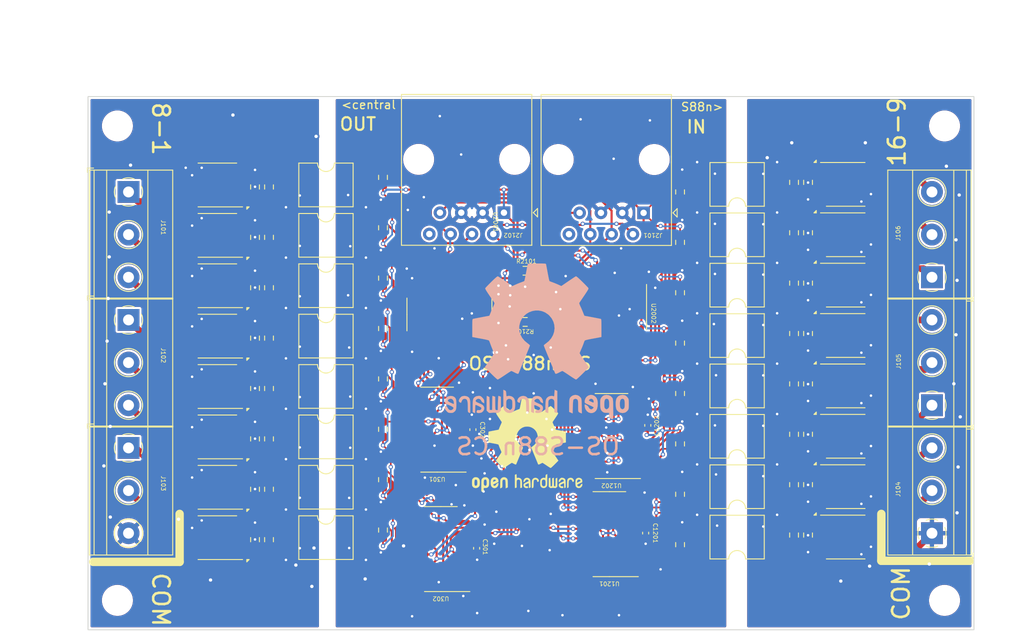
<source format=kicad_pcb>
(kicad_pcb (version 20240108) (generator "pcbnew") (generator_version "8.0")
  (layers (0 "F.Cu" signal) (31 "B.Cu" signal) (34 "B.Paste" user) (35 "F.Paste" user) (36 "B.SilkS" user "B.Silkscreen") (37 "F.SilkS" user "F.Silkscreen") (38 "B.Mask" user) (39 "F.Mask" user) (44 "Edge.Cuts" user))
  (net 0 "")
  (net 1 "Net-(D201-+)")
  (net 2 "GND")
  (net 3 "VCC")
  (net 4 "/CS1/Track")
  (net 5 "Net-(D401-+)")
  (net 6 "/CS2/Track")
  (net 7 "Net-(D501-+)")
  (net 8 "/CS3/Track")
  (net 9 "/CS4/Track")
  (net 10 "Net-(D601-+)")
  (net 11 "/CS5/Track")
  (net 12 "Net-(D701-+)")
  (net 13 "Net-(D801-+)")
  (net 14 "/CS6/Track")
  (net 15 "Net-(D901-+)")
  (net 16 "/CS7/Track")
  (net 17 "/CS8/Track")
  (net 18 "Net-(D1001-+)")
  (net 19 "Net-(D1101-+)")
  (net 20 "/CS9/Track")
  (net 21 "/CS10/Track")
  (net 22 "Net-(D1301-+)")
  (net 23 "/CS11/Track")
  (net 24 "Net-(D1401-+)")
  (net 25 "Net-(D1501-+)")
  (net 26 "/SR-latch1/Q4")
  (net 28 "/SR-latch1/Q2")
  (net 29 "/SR-latch1/Q3")
  (net 30 "/SR-latch1/Q1")
  (net 32 "/SR-latch1/Q6")
  (net 33 "/SR-latch1/Q7")
  (net 34 "/SR-latch1/Q5")
  (net 35 "/SR-latch2/Q4")
  (net 37 "/SR-latch2/Q2")
  (net 38 "/SR-latch2/Q3")
  (net 39 "/SR-latch2/Q1")
  (net 41 "/SR-latch2/Q6")
  (net 42 "/SR-latch2/Q7")
  (net 43 "/SR-latch2/Q5")
  (net 48 "/SR-latch1/Q8")
  (net 49 "/SR-latch2/Q8")
  (net 50 "/RJ45/DATA_IN")
  (net 51 "/RJ45/CLOCK")
  (net 52 "/RJ45/PL")
  (net 53 "/RJ45/RESET")
  (net 55 "Net-(J2101-Pad7)")
  (net 56 "/RJ45/DATA_OUT")
  (net 58 "Net-(Q2101-B)")
  (net 59 "Net-(U2001-Q7)")
  (net 60 "/CS12/Track")
  (net 61 "Net-(D1601-+)")
  (net 62 "/CS13/Track")
  (net 63 "Net-(D1701-+)")
  (net 64 "/CS14/Track")
  (net 65 "/CS15/Track")
  (net 66 "Net-(D1801-+)")
  (net 67 "/CS16/Track")
  (net 68 "Net-(D1901-+)")
  (net 69 "Net-(R203-Pad2)")
  (net 70 "Net-(R403-Pad2)")
  (net 71 "Net-(R503-Pad2)")
  (net 72 "Net-(R603-Pad2)")
  (net 73 "Net-(R703-Pad2)")
  (net 74 "Net-(R803-Pad2)")
  (net 75 "Net-(R903-Pad2)")
  (net 76 "Net-(R1003-Pad2)")
  (net 77 "Net-(R1103-Pad2)")
  (net 78 "Net-(R1303-Pad2)")
  (net 79 "Net-(R1403-Pad2)")
  (net 80 "Net-(R1503-Pad2)")
  (net 81 "Net-(R1603-Pad2)")
  (net 82 "Net-(R1703-Pad2)")
  (net 83 "Net-(R1803-Pad2)")
  (net 84 "Net-(R1903-Pad2)")
  (net 85 "/CS1/TTL")
  (net 86 "/CS2/TTL")
  (net 87 "/CS4/TTL")
  (net 88 "/CS3/TTL")
  (net 89 "/CS7/TTL")
  (net 90 "/CS8/TTL")
  (net 91 "/CS6/TTL")
  (net 92 "/CS5/TTL")
  (net 93 "/CS9/TTL")
  (net 94 "/CS11/TTL")
  (net 95 "/CS12/TTL")
  (net 96 "/CS10/TTL")
  (net 97 "/CS13/TTL")
  (net 98 "/CS16/TTL")
  (net 99 "/CS15/TTL")
  (net 100 "/CS14/TTL")
  (net 101 "/COM1")
  (net 102 "/COM2")
  (footprint "Diode_SMD:Diode_Bridge_Diotec_ABS" (layer "F.Cu") (at 201.433 93.474)
    (property "Reference" "D1601" (hide yes))
    (property "Value" "ABS2")
  )
  (footprint "Diode_SMD:Diode_Bridge_Diotec_ABS" (layer "F.Cu") (at 126.611 87.538 180)
    (property "Reference" "D701" (hide yes))
    (property "Value" "ABS2")
  )
  (footprint "custom_kicad_lib_sk:R_0603_smalltext" (layer "F.Cu") (at 195.285 111.232083 -90)
    (property "Reference" "R1903" (hide yes))
    (property "Value" "47R")
  )
  (footprint "custom_kicad_lib_sk:R_0603_smalltext" (layer "F.Cu") (at 146.333 98.636917 -90)
    (property "Reference" "R501" (hide yes))
    (property "Value" "10k")
  )
  (footprint "custom_kicad_lib_sk:R_0603_smalltext" (layer "F.Cu") (at 132.759 75.779917 90)
    (property "Reference" "R903" (hide yes))
    (property "Value" "47R")
  )
  (footprint "custom_kicad_lib_sk:R_0603_smalltext" (layer "F.Cu") (at 132.759 87.779917 90)
    (property "Reference" "R703" (hide yes))
    (property "Value" "47R")
  )
  (footprint "custom_kicad_lib_sk:R_0603_smalltext" (layer "F.Cu") (at 196.951 87.232083 -90)
    (property "Reference" "R1502" (hide yes))
    (property "Value" "4k7")
  )
  (footprint "custom_kicad_lib_sk:R_0603_smalltext" (layer "F.Cu") (at 146.333 80.636917 -90)
    (property "Reference" "R801" (hide yes))
    (property "Value" "10k")
  )
  (footprint "Diode_SMD:Diode_Bridge_Diotec_ABS" (layer "F.Cu") (at 201.433 87.474)
    (property "Reference" "D1501" (hide yes))
    (property "Value" "ABS2")
  )
  (footprint "Package_TO_SOT_SMD:SOT-23" (layer "F.Cu") (at 163.26 82.804 -90)
    (property "Reference" "Q2101")
    (property "Value" "BC847")
  )
  (footprint "custom_kicad_lib_sk:R_0603_smalltext" (layer "F.Cu") (at 195.285 81.232083 -90)
    (property "Reference" "R1403" (hide yes))
    (property "Value" "47R")
  )
  (footprint "Package_DIP:SMDIP-4_W9.53mm" (layer "F.Cu") (at 188.503 105.474 180)
    (property "Reference" "U1801" (hide yes))
    (property "Value" "EL814")
  )
  (footprint "custom_kicad_lib_sk:R_0603_smalltext" (layer "F.Cu") (at 181.711 76.375083 90)
    (property "Reference" "R1301" (hide yes))
    (property "Value" "10k")
  )
  (footprint "custom_kicad_lib_sk:R_0603_smalltext" (layer "F.Cu") (at 163.26 85.852 180)
    (property "Reference" "R2102")
    (property "Value" "100k")
  )
  (footprint "Capacitor_SMD:C_0402_1005Metric" (layer "F.Cu") (at 177.865 98.171 90)
    (property "Reference" "C1202")
    (property "Value" "100nF")
  )
  (footprint "custom_kicad_lib_sk:R_0603_smalltext" (layer "F.Cu") (at 196.951 99.232083 -90)
    (property "Reference" "R1702" (hide yes))
    (property "Value" "4k7")
  )
  (footprint "custom_kicad_lib_sk:R_0603_smalltext" (layer "F.Cu") (at 181.711 100.375083 90)
    (property "Reference" "R1701" (hide yes))
    (property "Value" "10k")
  )
  (footprint "custom_kicad_lib_sk:R_0603_smalltext" (layer "F.Cu") (at 132.759 93.779917 90)
    (property "Reference" "R603" (hide yes))
    (property "Value" "47R")
  )
  (footprint "TerminalBlock_Phoenix:TerminalBlock_Phoenix_MKDS-1,5-3-5.08_1x03_P5.08mm_Horizontal" (layer "F.Cu") (at 116.028 70.372 -90)
    (property "Reference" "J101")
    (property "Value" "Screw_Terminal_01x03")
  )
  (footprint "custom_kicad_lib_sk:R_0603_smalltext" (layer "F.Cu") (at 196.951 111.232083 -90)
    (property "Reference" "R1902" (hide yes))
    (property "Value" "4k7")
  )
  (footprint "Package_DIP:SMDIP-4_W9.53mm" (layer "F.Cu") (at 188.503 99.474 180)
    (property "Reference" "U1701" (hide yes))
    (property "Value" "EL814")
  )
  (footprint "Package_DIP:SMDIP-4_W9.53mm" (layer "F.Cu") (at 139.541 81.538)
    (property "Reference" "U801" (hide yes))
    (property "Value" "EL814")
  )
  (footprint "custom_kicad_lib_sk:R_0603_smalltext" (layer "F.Cu") (at 146.333 86.636917 -90)
    (property "Reference" "R701" (hide yes))
    (property "Value" "10k")
  )
  (footprint "custom_kicad_lib_sk:R_0603_smalltext" (layer "F.Cu") (at 195.285 87.232083 -90)
    (property "Reference" "R1503" (hide yes))
    (property "Value" "47R")
  )
  (footprint "Diode_SMD:Diode_Bridge_Diotec_ABS" (layer "F.Cu") (at 201.433 105.474)
    (property "Reference" "D1801" (hide yes))
    (property "Value" "ABS2")
  )
  (footprint "custom_kicad_lib_sk:R_0603_smalltext" (layer "F.Cu") (at 195.285 99.232083 -90)
    (property "Reference" "R1703" (hide yes))
    (property "Value" "47R")
  )
  (footprint "Package_DIP:SMDIP-4_W9.53mm" (layer "F.Cu") (at 188.503 75.474 180)
    (property "Reference" "U1301" (hide yes))
    (property "Value" "EL814")
  )
  (footprint "TerminalBlock_Phoenix:TerminalBlock_Phoenix_MKDS-1,5-3-5.08_1x03_P5.08mm_Horizontal" (layer "F.Cu") (at 116.028 100.852 -90)
    (property "Reference" "J103")
    (property "Value" "Screw_Terminal_01x03")
  )
  (footprint "Diode_SMD:Diode_Bridge_Diotec_ABS" (layer "F.Cu") (at 126.611 99.538 180)
    (property "Reference" "D501" (hide yes))
    (property "Value" "ABS2")
  )
  (footprint "Package_DIP:SMDIP-4_W9.53mm" (layer "F.Cu") (at 188.503 69.474 180)
    (property "Reference" "U1101" (hide yes))
    (property "Value" "EL814")
  )
  (footprint "custom_kicad_lib_sk:R_0603_smalltext" (layer "F.Cu") (at 131.093 87.779917 90)
    (property "Reference" "R702" (hide yes))
    (property "Value" "4k7")
  )
  (footprint "MountingHole:MountingHole_3.2mm_M3" (layer "F.Cu") (at 213.206 62.512 180)
    (property "Reference" "REF**" (hide yes))
    (property "Value" "MountingHole_3.2mm_M3")
  )
  (footprint "custom_kicad_lib_sk:R_0603_smalltext" (layer "F.Cu") (at 181.711 88.375083 90)
    (property "Reference" "R1501" (hide yes))
    (property "Value" "10k")
  )
  (footprint "custom_kicad_lib_sk:R_0603_smalltext" (layer "F.Cu") (at 131.093 93.779917 90)
    (property "Reference" "R602" (hide yes))
    (property "Value" "4k7")
  )
  (footprint "custom_kicad_lib_sk:R_0603_smalltext" (layer "F.Cu") (at 146.333 68.636917 -90)
    (property "Reference" "R1001" (hide yes))
    (property "Value" "10k")
  )
  (footprint "custom_kicad_lib_sk:R_0603_smalltext" (layer "F.Cu") (at 132.759 81.779917 90)
    (property "Reference" "R803" (hide yes))
    (property "Value" "47R")
  )
  (footprint "custom_kicad_lib_sk:R_0603_smalltext" (layer "F.Cu") (at 146.333 74.636917 -90)
    (property "Reference" "R901" (hide yes))
    (property "Value" "10k")
  )
  (footprint "Package_DIP:SMDIP-4_W9.53mm" (layer "F.Cu") (at 139.541 99.538)
    (property "Reference" "U501" (hide yes))
    (property "Value" "EL814")
  )
  (footprint "custom_kicad_lib_sk:R_0603_smalltext" (layer "F.Cu") (at 132.759 111.779917 90)
    (property "Reference" "R203" (hide yes))
    (property "Value" "47R")
  )
  (footprint "custom_kicad_lib_sk:R_0603_smalltext" (layer "F.Cu") (at 146.333 104.636917 -90)
    (property "Reference" "R401" (hide yes))
    (property "Value" "10k")
  )
  (footprint "TerminalBlock_Phoenix:TerminalBlock_Phoenix_MKDS-1,5-3-5.08_1x03_P5.08mm_Horizontal" (layer "F.Cu") (at 211.706 111.012 90)
    (property "Reference" "J104")
    (property "Value" "Screw_Terminal_01x03")
  )
  (footprint "custom_kicad_lib_sk:R_0603_smalltext" (layer "F.Cu") (at 196.951 93.232083 -90)
    (property "Reference" "R1602" (hide yes))
    (property "Value" "4k7")
  )
  (footprint "Connector_RJ:RJ45_Amphenol_54602-x08_Horizontal" (layer "F.Cu") (at 160.736 72.842 180)
    (property "Reference" "J2102")
    (property "Value" "RJ45")
  )
  (footprint "Diode_SMD:Diode_Bridge_Diotec_ABS" (layer "F.Cu") (at 126.611 111.538 180)
    (property "Reference" "D201" (hide yes))
    (property "Value" "ABS2")
  )
  (footprint "custom_kicad_lib_sk:R_0603_smalltext" (layer "F.Cu") (at 146.333 92.636917 -90)
    (property "Reference" "R601" (hide yes))
    (property "Value" "10k")
  )
  (footprint "TerminalBlock_Phoenix:TerminalBlock_Phoenix_MKDS-1,5-3-5.08_1x03_P5.08mm_Horizontal" (layer "F.Cu") (at 116.028 85.612 -90)
    (property "Reference" "J102")
    (property "Value" "Screw_Terminal_01x03")
  )
  (footprint "Capacitor_SMD:C_0402_1005Metric" (layer "F.Cu") (at 177.611 110.998 -90)
    (property "Reference" "C1201")
    (property "Value" "100nF")
  )
  (footprint "Capacitor_SMD:C_0402_1005Metric" (layer "F.Cu") (at 157.482999 112.803999 -90)
    (property "Reference" "C301")
    (property "Value" "100nF")
  )
  (footprint "custom_kicad_lib_sk:R_0603_smalltext" (layer "F.Cu") (at 163.26 79.756)
    (property "Reference" "R2101")
    (property "Value" "4k7")
  )
  (footprint "custom_kicad_lib_sk:R_0603_smalltext" (layer "F.Cu") (at 131.093 69.779917 90)
    (property "Reference" "R1002" (hide yes))
    (property "Value" "4k7")
  )
  (footprint "Package_SO:SOIC-16_3.9x9.9mm_P1.27mm" (layer "F.Cu") (at 173.547 99.441 180)
    (property "Reference" "U1202")
    (property "Value" "~")
  )
  (footprint "MountingHole:MountingHole_3.2mm_M3" (layer "F.Cu") (at 114.706 119.012 180)
    (property "Reference" "REF**" (hide yes))
    (property "Value" "MountingHole_3.2mm_M3")
  )
  (footprint "Diode_SMD:Diode_Bridge_Diotec_ABS" (layer "F.Cu") (at 126.611 105.538 180)
    (property "Reference" "D401" (hide yes))
    (property "Value" "ABS2")
  )
  (footprint "Diode_SMD:Diode_Bridge_Diotec_ABS" (layer "F.Cu") (at 126.611 75.538 180)
    (property "Reference" "D901" (hide yes))
    (property "Value" "ABS2")
  )
  (footprint "Diode_SMD:Diode_Bridge_Diotec_ABS" (layer "F.Cu") (at 126.611 93.538 180)
    (property "Reference" "D601" (hide yes))
    (property "Value" "ABS2")
  )
  (footprint "custom_kicad_lib_sk:R_0603_smalltext" (layer "F.Cu") (at 131.093 111.779917 90)
    (property "Reference" "R202" (hide yes))
    (property "Value" "4k7")
  )
  (footprint "Diode_SMD:Diode_Bridge_Diotec_ABS" (layer "F.Cu") (at 201.433 99.474)
    (property "Reference" "D1701" (hide yes))
    (property "Value" "ABS2")
  )
  (footprint "Package_DIP:SMDIP-4_W9.53mm" (layer "F.Cu") (at 188.503 111.474 180)
    (property "Reference" "U1901" (hide yes))
    (property "Value" "EL814")
  )
  (footprint "Diode_SMD:Diode_Bridge_Diotec_ABS" (layer "F.Cu") (at 201.433 69.474)
    (property "Reference" "D1101" (hide yes))
    (property "Value" "ABS2")
  )
  (footprint "Package_SO:SOIC-16_3.9x9.9mm_P1.27mm" (layer "F.Cu") (at 173.293 111.125 180)
    (property "Reference" "U1201")
    (property "Value" "~")
  )
  (footprint "custom_kicad_lib_sk:R_0603_smalltext" (layer "F.Cu") (at 131.093 81.779917 90)
    (property "Reference" "R802" (hide yes))
    (property "Value" "4k7")
  )
  (footprint "custom_kicad_lib_sk:R_0603_smalltext" (layer "F.Cu") (at 132.759 69.779917 90)
    (property "Reference" "R1003" (hide yes))
    (property "Value" "47R")
  )
  (footprint "custom_kicad_lib_sk:R_0603_smalltext" (layer "F.Cu") (at 181.711 82.375083 90)
    (property "Reference" "R1401" (hide yes))
    (property "Value" "10k")
  )
  (footprint "Package_DIP:SMDIP-4_W9.53mm" (layer "F.Cu") (at 139.541 105.538)
    (property "Reference" "U401" (hide yes))
    (property "Value" "EL814")
  )
  (footprint "custom_kicad_lib_sk:R_0603_smalltext" (layer "F.Cu") (at 195.285 69.232083 -90)
    (property "Reference" "R1103" (hide yes))
    (property "Value" "47R")
  )
  (footprint "Package_DIP:SMDIP-4_W9.53mm" (layer "F.Cu") (at 188.503 87.474 180)
    (property "Reference" "U1501" (hide yes))
    (property "Value" "EL814")
  )
  (footprint "Package_DIP:SMDIP-4_W9.53mm" (layer "F.Cu") (at 139.541 87.538)
    (property "Reference" "U701" (hide yes))
    (property "Value" "EL814")
  )
  (footprint "Package_DIP:SMDIP-4_W9.53mm" (layer "F.Cu") (at 188.503 93.474 180)
    (property "Reference" "U1601" (hide yes))
    (property "Value" "EL814")
  )
  (footprint "Package_DIP:SMDIP-4_W9.53mm" (layer "F.Cu") (at 139.541 75.538)
    (property "Reference" "U901" (hide yes))
    (property "Value" "EL814")
  )
  (footprint "custom_kicad_lib_sk:R_0603_smalltext" (layer "F.Cu") (at 146.333 110.636917 -90)
    (property "Reference" "R201" (hide yes))
    (property "Value" "10k")
  )
  (footprint "Package_SO:SOIC-16_3.9x9.9mm_P1.27mm" (layer "F.Cu") (at 152.781 98.679 180)
    (property "Reference" "U301")
    (property "Value" "~")
  )
  (footprint "Connector_RJ:RJ45_Amphenol_54602-x08_Horizontal" (layer "F.Cu") (at 177.366 72.862 180)
    (property "Reference" "J2101")
    (property "Value" "RJ45")
  )
  (footprint "MountingHole:MountingHole_3.2mm_M3" (layer "F.Cu") (at 213.206 119.012 180)
    (property "Reference" "REF**" (hide yes))
    (property "Value" "MountingHole_3.2mm_M3")
  )
  (footprint "Package_DIP:SMDIP-4_W9.53mm" (layer "F.Cu") (at 188.503 81.474 180)
    (property "Reference" "U1401" (hide yes))
    (property "Value" "EL814")
  )
  (footprint "Package_DIP:SMDIP-4_W9.53mm" (layer "F.Cu") (at 139.541 69.538)
    (property "Reference" "U1001" (hide yes))
    (property "Value" "EL814")
  )
  (footprint "TerminalBlock_Phoenix:TerminalBlock_Phoenix_MKDS-1,5-3-5.08_1x03_P5.08mm_Horizontal" (layer "F.Cu") (at 211.706 80.532 90)
    (property "Reference" "J106")
    (property "Value" "Screw_Terminal_01x03")
  )
  (footprint "custom_kicad_lib_sk:R_0603_smalltext" (layer "F.Cu") (at 181.711 70.375083 90)
    (property "Reference" "R1101" (hide yes))
    (property "Value" "10k")
  )
  (footprint "custom_kicad_lib_sk:R_0603_smalltext" (layer "F.Cu") (at 196.951 81.232083 -90)
    (property "Reference" "R1402" (hide yes))
    (property "Value" "4k7")
  )
  (footprint "Diode_SMD:Diode_Bridge_Diotec_ABS" (layer "F.Cu") (at 201.433 111.474)
    (property "Reference" "D1901" (hide yes))
    (property "Value" "ABS2")
  )
  (footprint "Package_DIP:SMDIP-4_W9.53mm" (layer "F.Cu") (at 139.541 111.538)
    (property "Reference" "U201" (hide yes))
    (property "Value" "EL814")
  )
  (footprint "custom_kicad_lib_sk:R_0603_smalltext" (layer "F.Cu") (at 131.093 105.779917 90)
    (property "Reference" "R402" (hide yes))
    (property "Value" "4k7")
  )
  (footprint "custom_kicad_lib_sk:R_0603_smalltext" (layer "F.Cu") (at 132.759 105.779917 90)
    (property "Reference" "R403" (hide yes))
    (property "Value" "47R")
  )
  (footprint "custom_kicad_lib_sk:R_0603_smalltext" (layer "F.Cu") (at 196.951 69.232083 -90)
    (property "Reference" "R1102" (hide yes))
    (property "Value" "4k7")
  )
  (footprint "custom_kicad_lib_sk:R_0603_smalltext" (layer "F.Cu") (at 131.093 75.779917 90)
    (property "Reference" "R902" (hide yes))
    (property "Value" "4k7")
  )
  (footprint "custom_kicad_lib_sk:R_0603_smalltext" (layer "F.Cu") (at 195.285 105.232083 -90)
    (property "Reference" "R1803" (hide yes))
    (property "Value" "47R")
  )
  (footprint "custom_kicad_lib_sk:R_0603_smalltext" (layer "F.Cu") (at 181.711 106.375083 90)
    (property "Reference" "R1801" (hide yes))
    (property "Value" "10k")
  )
  (footprint "custom_kicad_lib_sk:R_0603_smalltext" (layer "F.Cu") (at 132.759 99.779917 90)
    (property "Reference" "R503" (hide yes))
    (property "Value" "47R")
  )
  (footprint "custom_kicad_lib_sk:R_0603_smalltext" (layer "F.Cu") (at 181.711 112.375083 90)
    (property "Reference" "R1901" (hide yes))
    (property "Value" "10k")
  )
  (footprint "Symbol:OSHW-Logo2_14.6x12mm_SilkScreen" (layer "F.Cu") (at 163.5 100.5)
    (property "Reference" "REF**" (hide yes))
    (property "Value" "OSHW-Logo2_14.6x12mm_SilkScreen" (hide yes))
  )
  (footprint "Package_SO:SOIC-16_3.9x9.9mm_P1.27mm" (layer "F.Cu") (at 153.227 112.903 180)
    (property "Reference" "U302")
    (property "Value" "~")
  )
  (footprint "custom_kicad_lib_sk:R_0603_smalltext" (layer "F.Cu") (at 195.285 93.232083 -90)
    (property "Reference" "R1603" (hide yes))
    (property "Value" "47R")
  )
  (footprint "custom_kicad_lib_sk:R_0603_smalltext" (layer "F.Cu") (at 196.951 75.232083 -90)
    (property "Reference" "R1302" (hide yes))
    (property "Value" "4k7")
  )
  (footprint "custom_kicad_lib_sk:R_0603_smalltext" (layer "F.Cu") (at 196.951 105.232083 -90)
    (property "Reference" "R1802" (hide yes))
    (property "Value" "4k7")
  )
  (footprint "Diode_SMD:Diode_Bridge_Diotec_ABS" (layer "F.Cu") (at 201.433 75.474)
    (property "Reference" "D1301" (hide yes))
    (property "Value" "ABS2")
  )
  (footprint "Package_DIP:SMDIP-4_W9.53mm" (layer "F.Cu") (at 139.541 93.538)
    (property "Reference" "U601" (hide yes))
    (property "Value" "EL814")
  )
  (footprint "Package_SO:SOIC-16_3.9x9.9mm_P1.27mm" (layer "F.Cu") (at 154.243 84.963 -90)
    (property "Reference" "U2001")
    (property "Value" "4014")
  )
  (footprint "MountingHole:MountingHole_3.2mm_M3" (layer "F.Cu") (at 114.706 62.512 180)
    (property "Reference" "REF**" (hide yes))
    (property "Value" "MountingHole_3.2mm_M3")
  )
  (footprint "custom_kicad_lib_sk:R_0603_smalltext" (layer "F.Cu") (at 131.093 99.779917 90)
    (property "Reference" "R502" (hide yes))
    (property "Value" "4k7")
  )
  (footprint "Diode_SMD:Diode_Bridge_Diotec_ABS" (layer "F.Cu") (at 126.611 81.538 180)
    (property "Reference" "D801" (hide yes))
    (property "Value" "ABS2")
  )
  (footprint "Package_SO:SOIC-16_3.9x9.9mm_P1.27mm" (layer "F.Cu") (at 172.658 84.836 -90)
    (property "Reference" "U2002")
    (property "Value" "4014")
  )
  (footprint "TerminalBlock_Phoenix:TerminalBlock_Phoenix_MKDS-1,5-3-5.08_1x03_P5.08mm_Horizontal" (layer "F.Cu") (at 211.706 95.772 90)
    (property "Reference" "J105")
    (property "Value" "Screw_Terminal_01x03")
  )
  (footprint "Capacitor_SMD:C_0402_1005Metric" (layer "F.Cu") (at 157.036999 98.679 -90)
    (property "Reference" "C302")
    (property "Value" "100nF")
  )
  (footprint "custom_kicad_lib_sk:R_0603_smalltext" (layer "F.Cu") (at 195.285 75.232083 -90)
    (property "Reference" "R1303" (hide yes))
    (property "Value" "47R")
  )
  (footprint "Diode_SMD:Diode_Bridge_Diotec_ABS" (layer "F.Cu") (at 126.611 69.538 180)
    (property "Reference" "D1001" (hide yes))
    (property "Value" "ABS2")
  )
  (footprint "Diode_SMD:Diode_Bridge_Diotec_ABS" (layer "F.Cu") (at 201.433 81.474)
    (property "Reference" "D1401" (hide yes))
    (property "Value" "ABS2")
  )
  (footprint "custom_kicad_lib_sk:R_0603_smalltext" (layer "F.Cu") (at 181.711 94.375083 90)
    (property "Reference" "R1601" (hide yes))
    (property "Value" "10k")
  )
  (footprint "Symbol:OSHW-Logo2_24.3x20mm_SilkScreen" (layer "B.Cu") (at 164.657 88.138 180)
    (property "Reference" "REF**" (hide yes))
    (property "Value" "OSHW-Logo2_24.3x20mm_SilkScreen" (hide yes))
  )
  (gr_line (start 111.825 114.427) (end 122.112 114.427) (stroke (width 1)) (layer "F.SilkS"))
  (gr_line (start 205.678 108.712) (end 205.678 114.3) (stroke (width 1)) (layer "F.SilkS"))
  (gr_line (start 205.678 114.3) (end 216.219 114.3) (stroke (width 1)) (layer "F.SilkS"))
  (gr_line (start 122.112 108.712) (end 122.112 114.427) (stroke (width 1)) (layer "F.SilkS"))
  (gr_rect (start 111.206 59.012) (end 216.706 122.512) (stroke (width 0.1)) (fill none) (layer "Edge.Cuts"))
  (gr_text "OS-S88n CS" (at 164.784 101.854 0) (layer "B.SilkS") (effects (font (size 2 2) (thickness 0.3)) (justify bottom mirror)))
  (gr_text "16-9" (at 208.706 67.512 90) (layer "F.SilkS") (effects (font (size 2 2) (thickness 0.3)) (justify left bottom)))
  (gr_text "OS-S88n CS" (at 163.83 91.694 0) (layer "F.SilkS") (effects (font (size 1.5 1.5) (thickness 0.25) (bold yes)) (justify bottom)))
  (gr_text "COM" (at 118.706 115.532224 -90) (layer "F.SilkS") (effects (font (size 2 2) (thickness 0.3)) (justify left bottom)))
  (gr_text "8-1" (at 118.706 59.512 -90) (layer "F.SilkS") (effects (font (size 2 2) (thickness 0.3)) (justify left bottom)))
  (gr_text "IN" (at 183.642 63.5 0) (layer "F.SilkS") (effects (font (size 1.5 1.5) (thickness 0.25) (bold yes)) (justify bottom)))
  (gr_text "OUT" (at 143.346 63.17 0) (layer "F.SilkS") (effects (font (size 1.5 1.5) (thickness 0.25) (bold yes)) (justify bottom)))
  (gr_text "<central" (at 141.286 60.579 0) (layer "F.SilkS") (effects (font (size 1 1)) (justify left bottom)))
  (gr_text "S88n>" (at 181.737 60.833 0) (layer "F.SilkS") (effects (font (size 1 1)) (justify left bottom)))
  (gr_text "COM" (at 209.206 121.566 90) (layer "F.SilkS") (effects (font (size 2 2) (thickness 0.3)) (justify left bottom)))
  (segment (start 129.586 113.538) (end 129.586 109.538) (width 0.8) (layer "F.Cu") (net 1))
  (segment (start 144.306 106.808) (end 145.583083 106.808) (width 0.2) (layer "F.Cu") (net 2))
  (segment (start 183.738 110.204) (end 183.738 108.824083) (width 0.2) (layer "F.Cu") (net 2))
  (segment (start 144.306 102.187917) (end 144.301 102.192917) (width 0.2) (layer "F.Cu") (net 2))
  (segment (start 144.306 100.808) (end 145.583083 100.808) (width 0.2) (layer "F.Cu") (net 2))
  (segment (start 145.583083 94.808) (end 146.079 95.303917) (width 0.2) (layer "F.Cu") (net 2))
  (segment (start 144.306 84.187917) (end 144.301 84.192917) (width 0.2) (layer "F.Cu") (net 2))
  (segment (start 145.583083 106.808) (end 146.079 107.303917) (width 0.2) (layer "F.Cu") (net 2))
  (segment (start 145.583083 82.808) (end 146.079 83.303917) (width 0.2) (layer "F.Cu") (net 2))
  (segment (start 183.738 74.204) (end 183.738 72.824083) (width 0.2) (layer "F.Cu") (net 2))
  (segment (start 144.306 70.808) (end 145.583083 70.808) (width 0.2) (layer "F.Cu") (net 2))
  (segment (start 144.306 88.808) (end 145.583083 88.808) (width 0.2) (layer "F.Cu") (net 2))
  (segment (start 145.583083 100.808) (end 146.079 101.303917) (width 0.2) (layer "F.Cu") (net 2))
  (segment (start 144.306 112.808) (end 144.306 114.187917) (width 0.2) (layer "F.Cu") (net 2))
  (segment (start 183.738 108.824083) (end 183.743 108.819083) (width 0.2) (layer "F.Cu") (net 2))
  (segment (start 183.738 104.204) (end 183.738 102.824083) (width 0.2) (layer "F.Cu") (net 2))
  (segment (start 182.460917 110.204) (end 181.965 109.708083) (width 0.2) (layer "F.Cu") (net 2))
  (segment (start 144.306 70.808) (end 144.306 72.187917) (width 0.2) (layer "F.Cu") (net 2))
  (segment (start 182.460917 92.204) (end 181.965 91.708083) (width 0.2) (layer "F.Cu") (net 2))
  (segment (start 145.583083 76.808) (end 146.079 77.303917) (width 0.2) (layer "F.Cu") (net 2))
  (segment (start 144.306 94.808) (end 144.306 96.187917) (width 0.2) (layer "F.Cu") (net 2))
  (segment (start 182.460917 80.204) (end 181.965 79.708083) (width 0.2) (layer "F.Cu") (net 2))
  (segment (start 144.306 78.187917) (end 144.301 78.192917) (width 0.2) (layer "F.Cu") (net 2))
  (segment (start 145.583083 112.808) (end 146.079 113.303917) (width 0.2) (layer "F.Cu") (net 2))
  (segment (start 183.738 74.204) (end 182.460917 74.204) (width 0.2) (layer "F.Cu") (net 2))
  (segment (start 183.738 68.204) (end 182.460917 68.204) (width 0.2) (layer "F.Cu") (net 2))
  (segment (start 183.738 86.204) (end 183.738 84.824083) (width 0.2) (layer "F.Cu") (net 2))
  (segment (start 144.306 90.187917) (end 144.301 90.192917) (width 0.2) (layer "F.Cu") (net 2))
  (segment (start 183.738 84.824083) (end 183.743 84.819083) (width 0.2) (layer "F.Cu") (net 2))
  (segment (start 183.738 86.204) (end 182.460917 86.204) (width 0.2) (layer "F.Cu") (net 2))
  (segment (start 182.460917 86.204) (end 181.965 85.708083) (width 0.2) (layer "F.Cu") (net 2))
  (segment (start 183.738 80.204) (end 182.460917 80.204) (width 0.2) (layer "F.Cu") (net 2))
  (segment (start 183.738 98.204) (end 182.460917 98.204) (width 0.2) (layer "F.Cu") (net 2))
  (segment (start 144.306 112.808) (end 145.583083 112.808) (width 0.2) (layer "F.Cu") (net 2))
  (segment (start 183.738 90.824083) (end 183.743 90.819083) (width 0.2) (layer "F.Cu") (net 2))
  (segment (start 182.460917 98.204) (end 181.965 97.708083) (width 0.2) (layer "F.Cu") (net 2))
  (segment (start 144.306 76.808) (end 144.306 78.187917) (width 0.2) (layer "F.Cu") (net 2))
  (segment (start 144.306 100.808) (end 144.306 102.187917) (width 0.2) (layer "F.Cu") (net 2))
  (segment (start 183.738 102.824083) (end 183.743 102.819083) (width 0.2) (layer "F.Cu") (net 2))
  (segment (start 183.738 68.204) (end 183.738 66.824083) (width 0.2) (layer "F.Cu") (net 2))
  (segment (start 182.460917 68.204) (end 181.965 67.708083) (width 0.2) (layer "F.Cu") (net 2))
  (segment (start 183.738 98.204) (end 183.738 96.824083) (width 0.2) (layer "F.Cu") (net 2))
  (segment (start 183.738 110.204) (end 182.460917 110.204) (width 0.2) (layer "F.Cu") (net 2))
  (segment (start 144.306 82.808) (end 144.306 84.187917) (width 0.2) (layer "F.Cu") (net 2))
  (segment (start 144.306 76.808) (end 145.583083 76.808) (width 0.2) (layer "F.Cu") (net 2))
  (segment (start 183.738 72.824083) (end 183.743 72.819083) (width 0.2) (layer "F.Cu") (net 2))
  (segment (start 144.306 106.808) (end 144.306 108.187917) (width 0.2) (layer "F.Cu") (net 2))
  (segment (start 145.583083 70.808) (end 146.079 71.303917) (width 0.2) (layer "F.Cu") (net 2))
  (segment (start 183.738 80.204) (end 183.738 78.824083) (width 0.2) (layer "F.Cu") (net 2))
  (segment (start 183.738 104.204) (end 182.460917 104.204) (width 0.2) (layer "F.Cu") (net 2))
  (segment (start 144.306 94.808) (end 145.583083 94.808) (width 0.2) (layer "F.Cu") (net 2))
  (segment (start 183.738 78.824083) (end 183.743 78.819083) (width 0.2) (layer "F.Cu") (net 2))
  (segment (start 144.306 108.187917) (end 144.301 108.192917) (width 0.2) (layer "F.Cu") (net 2))
  (segment (start 144.306 82.808) (end 145.583083 82.808) (width 0.2) (layer "F.Cu") (net 2))
  (segment (start 183.738 96.824083) (end 183.743 96.819083) (width 0.2) (layer "F.Cu") (net 2))
  (segment (start 182.460917 104.204) (end 181.965 103.708083) (width 0.2) (layer "F.Cu") (net 2))
  (segment (start 183.738 66.824083) (end 183.743 66.819083) (width 0.2) (layer "F.Cu") (net 2))
  (segment (start 144.306 96.187917) (end 144.301 96.192917) (width 0.2) (layer "F.Cu") (net 2))
  (segment (start 145.583083 88.808) (end 146.079 89.303917) (width 0.2) (layer "F.Cu") (net 2))
  (segment (start 183.738 92.204) (end 183.738 90.824083) (width 0.2) (layer "F.Cu") (net 2))
  (segment (start 183.738 92.204) (end 182.460917 92.204) (width 0.2) (layer "F.Cu") (net 2))
  (segment (start 144.306 88.808) (end 144.306 90.187917) (width 0.2) (layer "F.Cu") (net 2))
  (segment (start 144.306 72.187917) (end 144.301 72.192917) (width 0.2) (layer "F.Cu") (net 2))
  (segment (start 144.306 114.187917) (end 144.301 114.192917) (width 0.2) (layer "F.Cu") (net 2))
  (segment (start 182.460917 74.204) (end 181.965 73.708083) (width 0.2) (layer "F.Cu") (net 2))
  (via (at 166.308 88.9) (size 0.5) (drill 0.3) (layers "F.Cu" "B.Cu") (net 2))
  (via (at 163.641 120.269) (size 0.5) (drill 0.3) (layers "F.Cu" "B.Cu") (net 2))
  (via (at 181.965 85.708083) (size 0.5) (drill 0.3) (layers "F.Cu" "B.Cu") (net 2))
  (via (at 157.037 94.234) (size 0.5) (drill 0.3) (layers "F.Cu" "B.Cu") (net 2))
  (via (at 163.26 81.661) (size 0.5) (drill 0.3) (layers "F.Cu" "B.Cu") (net 2))
  (via (at 152.973 90.17) (size 0.5) (drill 0.3) (layers "F.Cu" "B.Cu") (net 2))
  (via (at 181.965 67.708083) (size 0.5) (drill 0.3) (layers "F.Cu" "B.Cu") (net 2))
  (via (at 142.432 100.838) (size 0.5) (drill 0.3) (layers "F.Cu" "B.Cu") (net 2))
  (via (at 155.64 65.913) (size 0.5) (drill 0.3) (layers "F.Cu" "B.Cu") (net 2))
  (via (at 142.305 88.9) (size 0.5) (drill 0.3) (layers "F.Cu" "B.Cu") (net 2))
  (via (at 144.301 90.192917) (size 0.5) (drill 0.3) (layers "F.Cu" "B.Cu") (net 2))
  (via (at 149.29 72.517) (size 0.5) (drill 0.3) (layers "F.Cu" "B.Cu") (net 2))
  (via (at 158.053 102.108) (size 0.5) (drill 0.3) (layers "F.Cu" "B.Cu") (net 2))
  (via (at 164.276 89.789) (size 0.5) (drill 0.3) (layers "F.Cu" "B.Cu") (net 2))
  (via (at 183.743 108.819083) (size 0.5) (drill 0.3) (layers "F.Cu" "B.Cu") (net 2))
  (via (at 165.8 97.409) (size 0.5) (drill 0.3) (layers "F.Cu" "B.Cu") (net 2))
  (via (at 165.927 100.584) (size 0.5) (drill 0.3) (layers "F.Cu" "B.Cu") (net 2))
  (via (at 183.743 72.819083) (size 0.5) (drill 0.3) (layers "F.Cu" "B.Cu") (net 2))
  (via (at 152.465 100.584) (size 0.5) (drill 0.3) (layers "F.Cu" "B.Cu") (net 2))
  (via (at 152.973 116.84) (size 0.5) (drill 0.3) (layers "F.Cu" "B.Cu") (net 2))
  (via (at 185.866 74.168) (size 0.5) (drill 0.3) (layers "F.Cu" "B.Cu") (net 2))
  (via (at 163.768 101.092) (size 0.5) (drill 0.3) (layers "F.Cu" "B.Cu") (net 2))
  (via (at 167.451 84.328) (size 0.5) (drill 0.3) (layers "F.Cu" "B.Cu") (net 2))
  (via (at 160.974 88.646) (size 0.5) (drill 0.3) (layers "F.Cu" "B.Cu") (net 2))
  (via (at 181.965 103.708083) (size 0.5) (drill 0.3) (layers "F.Cu" "B.Cu") (net 2))
  (via (at 159.577 112.268) (size 0.5) (drill 0.3) (layers "F.Cu" "B.Cu") (net 2))
  (via (at 166.943 82.296) (size 0.5) (drill 0.3) (layers "F.Cu" "B.Cu") (net 2))
  (via (at 142.178 82.677) (size 0.5) (drill 0.3) (layers "F.Cu" "B.Cu") (net 2))
  (via (at 183.743 96.819083) (size 0.5) (drill 0.3) (layers "F.Cu" "B.Cu") (net 2))
  (via (at 163.514 96.647) (size 0.5) (drill 0.3) (layers "F.Cu" "B.Cu") (net 2))
  (via (at 168.086 80.391) (size 0.5) (drill 0.3) (layers "F.Cu" "B.Cu") (net 2))
  (via (at 172.912 98.425) (size 0.5) (drill 0.3) (layers "F.Cu" "B.Cu") (net 2))
  (via (at 173.928 80.01) (size 0.5) (drill 0.3) (layers "F.Cu" "B.Cu") (net 2))
  (via (at 173.039 103.759) (size 0.5) (drill 0.3) (layers "F.Cu" "B.Cu") (net 2))
  (via (at 161.228 90.297) (size 0.5) (drill 0.3) (layers "F.Cu" "B.Cu") (net 2))
  (via (at 144.301 102.192917) (size 0.5) (drill 0.3) (layers "F.Cu" "B.Cu") (net 2))
  (via (at 156.91 96.901) (size 0.5) (drill 0.3) (layers "F.Cu" "B.Cu") (net 2))
  (via (at 174.69 77.089) (size 0.5) (drill 0.3) (layers "F.Cu" "B.Cu") (net 2))
  (via (at 157.545 114.173) (size 0.5) (drill 0.3) (layers "F.Cu" "B.Cu") (net 2))
  (via (at 185.739 86.106) (size 0.5) (drill 0.3) (layers "F.Cu" "B.Cu") (net 2))
  (via (at 176.087 93.599) (size 0.5) (drill 0.3) (layers "F.Cu" "B.Cu") (net 2))
  (via (at 144.301 84.192917) (size 0.5) (drill 0.3) (layers "F.Cu" "B.Cu") (net 2))
  (via (at 142.432 76.835) (size 0.5) (drill 0.3) (layers "F.Cu" "B.Cu") (net 2))
  (via (at 151.195 70.993) (size 0.5) (drill 0.3) (layers "F.Cu" "B.Cu") (net 2))
  (via (at 157.037 100.584) (size 0.5) (drill 0.3) (layers "F.Cu" "B.Cu") (net 2))
  (via (at 158.434 109.982) (size 0.5) (drill 0.3) (layers "F.Cu" "B.Cu") (net 2))
  (via (at 159.069 93.726) (size 0.5) (drill 0.3) (layers "F.Cu" "B.Cu") (net 2))
  (via (at 175.706 84.328) (size 0.5) (drill 0.3) (layers "F.Cu" "B.Cu") (net 2))
  (via (at 156.91 84.836) (size 0.5) (drill 0.3) (layers "F.Cu" "B.Cu") (net 2))
  (via (at 177.484 106.172) (size 0.5) (drill 0.3) (layers "F.Cu" "B.Cu") (net 2))
  (via (at 160.085 81.534) (size 0.5) (drill 0.3) (layers "F.Cu" "B.Cu") (net 2))
  (via (at 155.894 118.491) (size 0.5) (drill 0.3) (layers "F.Cu" "B.Cu") (net 2))
  (via (at 144.301 78.192917) (size 0.5) (drill 0.3) (layers "F.Cu" "B.Cu") (net 2))
  (via (at 166.181 113.03) (size 0.5) (drill 0.3) (layers "F.Cu" "B.Cu") (net 2))
  (via (at 152.465 77.089) (size 0.5) (drill 0.3) (layers "F.Cu" "B.Cu") (net 2))
  (via (at 185.993 92.202) (size 0.5) (drill 0.3) (layers "F.Cu" "B.Cu") (net 2))
  (via (at 178.119 61.849) (size 0.5) (drill 0.3) (layers "F.Cu" "B.Cu") (net 2))
  (via (at 163.768 109.347) (size 0.5) (drill 0.3) (layers "F.Cu" "B.Cu") (net 2))
  (via (at 177.992 79.883) (size 0.5) (drill 0.3) (layers "F.Cu" "B.Cu") (net 2))
  (via (at 142.432 94.742) (size 0.5) (drill 0.3) (layers "F.Cu" "B.Cu") (net 2))
  (via (at 146.079 95.303917) (size 0.5) (drill 0.3) (layers "F.Cu" "B.Cu") (net 2))
  (via (at 159.831 108.458) (size 0.5) (drill 0.3) (layers "F.Cu" "B.Cu") (net 2))
  (via (at 146.079 83.303917) (size 0.5) (drill 0.3) (layers "F.Cu" "B.Cu") (net 2))
  (via (at 155.767 85.471) (size 0.5) (drill 0.3) (layers "F.Cu" "B.Cu") (net 2))
  (via (at 149.798 120.904) (size 0.5) (drill 0.3) (layers "F.Cu" "B.Cu") (net 2))
  (via (at 144.301 96.192917) (size 0.5) (drill 0.3) (layers "F.Cu" "B.Cu") (net 2))
  (via (at 173.801 66.421) (size 0.5) (drill 0.3) (layers "F.Cu" "B.Cu") (net 2))
  (via (at 169.864 61.722) (size 0.5) (drill 0.3) (layers "F.Cu" "B.Cu") (net 2))
  (via (at 185.993 104.013) (size 0.5) (drill 0.3) (layers "F.Cu" "B.Cu") (net 2))
  (via (at 183.743 84.819083) (size 0.5) (drill 0.3) (layers "F.Cu" "B.Cu") (net 2))
  (via (at 154.497 107.569) (size 0.5) (drill 0.3) (layers "F.Cu" "B.Cu") (net 2))
  (via (at 181.965 97.708083) (size 0.5) (drill 0.3) (layers "F.Cu" "B.Cu") (net 2))
  (via (at 186.12 110.109) (size 0.5) (drill 0.3) (layers "F.Cu" "B.Cu") (net 2))
  (via (at 144.301 114.192917) (size 0.5) (drill 0.3) (layers "F.Cu" "B.Cu") (net 2))
  (via (at 146.079 77.303917) (size 0.5) (drill 0.3) (layers "F.Cu" "B.Cu") (net 2))
  (via (at 158.307 106.045) (size 0.5) (drill 0.3) (layers "F.Cu" "B.Cu") (net 2))
  (via (at 149.163 79.502) (size 0.5) (drill 0.3) (layers "F.Cu" "B.Cu") (net 2))
  (via (at 142.178 70.739) (size 0.5) (drill 0.3) (layers "F.Cu" "B.Cu") (net 2))
  (via (at 181.965 79.708083) (size 0.5) (drill 0.3) (layers "F.Cu" "B.Cu") (net 2))
  (via (at 159.069 97.409) (size 0.5) (drill 0.3) (layers "F.Cu" "B.Cu") (net 2))
  (via (at 157.545 120.523) (size 0.5) (drill 0.3) (layers "F.Cu" "B.Cu") (net 2))
  (via (at 146.079 113.303917) (size 0.5) (drill 0.3) (layers "F.Cu" "B.Cu") (net 2))
  (via (at 181.965 73.708083) (size 0.5) (drill 0.3) (layers "F.Cu" "B.Cu") (net 2))
  (via (at 144.21 116.459) (size 0.8) (drill 0.4) (layers "F.Cu" "B.Cu") (net 2))
  (via (at 146.079 101.303917) (size 0.5) (drill 0.3) (layers "F.Cu" "B.Cu") (net 2))
  (via (at 177.992 94.996) (size 0.5) (drill 0.3) (layers "F.Cu" "B.Cu") (net 2))
  (via (at 149.798 80.645) (size 0.5) (drill 0.3) (layers "F.Cu" "B.Cu") (net 2))
  (via (at 158.434 103.886) (size 0.5) (drill 0.3) (layers "F.Cu" "B.Cu") (net 2))
  (via (at 177.865 96.901) (size 0.5) (drill 0.3) (layers "F.Cu" "B.Cu") (net 2))
  (via (at 142.305 112.776) (size 0.5) (drill 0.3) (layers "F.Cu" "B.Cu") (net 2))
  (via (at 177.611 112.268) (size 0.5) (drill 0.3) (layers "F.Cu" "B.Cu") (net 2))
  (via (at 144.301 108.192917) (size 0.5) (drill 0.3) (layers "F.Cu" "B.Cu") (net 2))
  (via (at 174.436 85.09) (size 0.5) (drill 0.3) (layers "F.Cu" "B.Cu") (net 2))
  (via (at 155.386 93.091) (size 0.5) (drill 0.3) (layers "F.Cu" "B.Cu") (net 2))
  (via (at 146.079 89.303917) (size 0.5) (drill 0.3) (layers "F.Cu" "B.Cu") (net 2))
  (via (at 160.085 85.979) (size 0.5) (drill 0.3) (layers "F.Cu" "B.Cu") (net 2))
  (via (at 167.705 120.777) (size 0.5) (drill 0.3) (layers "F.Cu" "B.Cu") (net 2))
  (via (at 183.743 66.819083) (size 0.5) (drill 0.3) (layers "F.Cu" "B.Cu") (net 2))
  (via (at 162.879 112.522) (size 0.5) (drill 0.3) (layers "F.Cu" "B.Cu") (net 2))
  (via (at 146.079 107.303917) (size 0.5) (drill 0.3) (layers "F.Cu" "B.Cu") (net 2))
  (via (at 157.799 99.187) (size 0.5) (drill 0.3) (layers "F.Cu" "B.Cu") (net 2))
  (via (at 142.305 106.807) (size 0.5) (drill 0.3) (layers "F.Cu" "B.Cu") (net 2))
  (via (at 185.866 98.171) (size 0.5) (drill 0.3) (layers "F.Cu" "B.Cu") (net 2))
  (via (at 146.079 71.303917) (size 0.5) (drill 0.3) (layers "F.Cu" "B.Cu") (net 2))
  (via (at 155.005 105.283) (size 0.5) (drill 0.3) (layers "F.Cu" "B.Cu") (net 2))
  (via (at 161.482 81.534) (size 0.5) (drill 0.3) (layers "F.Cu" "B.Cu") (net 2))
  (via (at 183.743 78.819083) (size 0.5) (drill 0.3) (layers "F.Cu" "B.Cu") (net 2))
  (via (at 144.301 72.192917) (size 0.5) (drill 0.3) (layers "F.Cu" "B.Cu") (net 2))
  (via (at 161.482 82.677) (size 0.5) (drill 0.3) (layers "F.Cu" "B.Cu") (net 2))
  (via (at 181.965 91.708083) (size 0.5) (drill 0.3) (layers "F.Cu" "B.Cu") (net 2))
  (via (at 183.743 102.819083) (size 0.5) (drill 0.3) (layers "F.Cu" "B.Cu") (net 2))
  (via (at 178.754 81.788) (size 0.5) (drill 0.3) (layers "F.Cu" "B.Cu") (net 2))
  (via (at 179.389 115.316) (size 0.5) (drill 0.3) (layers "F.Cu" "B.Cu") (net 2))
  (via (at 149.798 89.408) (size 0.5) (drill 0.3) (layers "F.Cu" "B.Cu") (net 2))
  (via (at 166.308 108.712) (size 0.5) (drill 0.3) (layers "F.Cu" "B.Cu") (net 2))
  (via (at 160.085 82.55) (size 0.5) (drill 0.3) (layers "F.Cu" "B.Cu") (net 2))
  (via (at 173.039 101.473) (size 0.5) (drill 0.3) (layers "F.Cu" "B.Cu") (net 2))
  (via (at 185.866 68.199) (size 0.5) (drill 0.3) (layers "F.Cu" "B.Cu") (net 2))
  (via (at 151.322 104.394) (size 0.5) (drill 0.3) (layers "F.Cu" "B.Cu") (net 2))
  (via (at 183.743 90.819083) (size 0.5) (drill 0.3) (layers "F.Cu" "B.Cu") (net 2))
  (via (at 174.436 120.777) (size 0.5) (drill 0.3) (layers "F.Cu" "B.Cu") (net 2))
  (via (at 148.782 112.522) (size 0.8) (drill 0.4) (layers "F.Cu" "B.Cu") (net 2))
  (via (at 164.276 94.361) (size 0.5) (drill 0.3) (layers "F.Cu" "B.Cu") (net 2))
  (via (at 171.642 93.218) (size 0.5) (drill 0.3) (layers "F.Cu" "B.Cu") (net 2))
  (via (at 181.965 109.708083) (size 0.5) (drill 0.3) (layers "F.Cu" "B.Cu") (net 2))
  (via (at 185.866 80.137) (size 0.5) (drill 0.3) (layers "F.Cu" "B.Cu") (net 2))
  (via (at 156.021 107.696) (size 0.5) (drill 0.3) (layers "F.Cu" "B.Cu") (net 2))
  (via (at 153.1 61.341) (size 0.5) (drill 0.3) (layers "F.Cu" "B.Cu") (net 2))
  (segment (start 179.516 80.899) (end 179.516 80.137) (width 0.25) (layer "F.Cu") (net 3))
  (segment (start 181.711 110.470083) (end 179.825917 108.585) (width 0.2) (layer "F.Cu") (net 3))
  (segment (start 175.768 110.49) (end 177.583 110.49) (width 0.25) (layer "F.Cu") (net 3))
  (segment (start 174.5995 70.0955) (end 160.72 70.0955) (width 0.25) (layer "F.Cu") (net 3))
  (segment (start 157.036999 98.199) (end 158.244 98.199) (width 0.25) (layer "F.Cu") (net 3))
  (segment (start 177.865 99.187) (end 177.738 99.314) (width 0.25) (layer "F.Cu") (net 3))
  (segment (start 177.366 72.862) (end 174.5995 70.0955) (width 0.25) (layer "F.Cu") (net 3))
  (segment (start 161.8975 74.0305) (end 161.8975 78.923005) (width 0.25) (layer "F.Cu") (net 3))
  (segment (start 146.877 95.085917) (end 146.877 96.647) (width 0.2) (layer "F.Cu") (net 3))
  (segment (start 155.256 98.044) (end 156.881999 98.044) (width 0.25) (layer "F.Cu") (net 3))
  (segment (start 181.711 81.462583) (end 181.711 80.470083) (width 0.2) (layer "F.Cu") (net 3))
  (segment (start 160.729 72.862) (end 161.8975 74.0305) (width 0.25) (layer "F.Cu") (net 3))
  (segment (start 147.385 91.44) (end 147.385 91.821) (width 0.2) (layer "F.Cu") (net 3))
  (segment (start 146.333 106.541917) (end 147.512 107.720917) (width 0.2) (layer "F.Cu") (net 3))
  (segment (start 146.333 99.549417) (end 146.333 100.541917) (width 0.2) (layer "F.Cu") (net 3))
  (segment (start 158.250099 96.9859) (end 157.036999 98.199) (width 0.25) (layer "F.Cu") (net 3))
  (segment (start 179.391 80.518) (end 179.391 80.262) (width 0.2) (layer "F.Cu") (net 3))
  (segment (start 178.892 107.304) (end 178.881 107.315) (width 0.25) (layer "F.Cu") (net 3))
  (segment (start 162.656751 82.929) (end 162.908751 82.677) (width 0.25) (layer "F.Cu") (net 3))
  (segment (start 147.423878 74.002122) (end 147.423878 71.632795) (width 0.2) (layer "F.Cu") (net 3))
  (segment (start 146.333 88.541917) (end 146.756 88.964917) (width 0.2) (layer "F.Cu") (net 3))
  (segment (start 161.4185 84.0105) (end 162.5 82.929) (width 0.25) (layer "F.Cu") (net 3))
  (segment (start 177.865 98.651) (end 177.865 99.187) (width 0.25) (layer "F.Cu") (net 3))
  (segment (start 178.892 102.404966) (end 178.892 107.304) (width 0.25) (layer "F.Cu") (net 3))
  (segment (start 181.711 75.462583) (end 181.711 74.470083) (width 0.2) (layer "F.Cu") (net 3))
  (segment (start 181.711 87.462583) (end 181.711 86.470083) (width 0.2) (layer "F.Cu") (net 3))
  (segment (start 160.847 84.582) (end 161.4185 84.0105) (width 0.25) (layer "F.Cu") (net 3))
  (segment (start 179.779 86.614) (end 181.567083 86.614) (width 0.25) (layer "F.Cu") (net 3))
  (segment (start 146.756 90.811) (end 147.385 91.44) (width 0.2) (layer "F.Cu") (net 3))
  (segment (start 162.908751 82.677) (end 163.604751 82.677) (width 0.25) (layer "F.Cu") (net 3))
  (segment (start 146.333 94.541917) (end 146.877 95.085917) (width 0.2) (layer "F.Cu") (net 3))
  (segment (start 179.825917 108.585) (end 178.881 108.585) (width 0.2) (layer "F.Cu") (net 3))
  (segment (start 160.709 110.806173) (end 159.882173 111.633) (width 0.25) (layer "F.Cu") (net 3))
  (segment (start 160.15 87.438) (end 160.847 86.741) (width 0.25) (layer "F.Cu") (net 3))
  (segment (start 179.904 92.2) (end 179.779 92.075) (width 0.2) (layer "F.Cu") (net 3))
  (segment (start 179.391 80.774) (end 179.516 80.899) (width 0.2) (layer "F.Cu") (net 3))
  (segment (start 149.0645 70.0955) (end 149.056 70.104) (width 0.25) (layer "F.Cu") (net 3))
  (segment (start 146.756 88.964917) (end 146.756 90.811) (width 0.2) (layer "F.Cu") (net 3))
  (segment (start 158.688 88.272285) (end 159.890857 89.475142) (width 0.25) (layer "F.Cu") (net 3))
  (segment (start 179.669983 101.626983) (end 178.892 102.404966) (width 0.25) (layer "F.Cu") (net 3))
  (segment (start 164.1725 83.244749) (end 164.1725 85.852) (width 0.25) (layer "F.Cu") (net 3))
  (segment (start 179.779 92.075) (end 179.779 86.614) (width 0.25) (layer "F.Cu") (net 3))
  (segment (start 158.173998 111.633) (end 157.482999 112.323999) (width 0.25) (layer "F.Cu") (net 3))
  (segment (start 161.8975 78.923005) (end 160.847 79.973505) (width 0.25) (layer "F.Cu") (net 3))
  (segment (start 146.333 76.541917) (end 147.385 77.593917) (width 0.2) (layer "F.Cu") (net 3))
  (segment (start 146.333 111.549417) (end 146.333 112.541917) (width 0.2) (layer "F.Cu") (net 3))
  (segment (start 159.323 100.965) (end 159.170413 101.117587) (width 0.25) (layer "F.Cu") (net 3))
  (segment (start 179.516 82.678396) (end 179.516 80.899) (width 0.25) (layer "F.Cu") (net 3))
  (segment (start 178.926 74.422) (end 177.366 72.862) (width 0.2) (layer "F.Cu") (net 3))
  (segment (start 179.904 92.583) (end 179.904 92.2) (width 0.2) (layer "F.Cu") (net 3))
  (segment (start 179.516 80.137) (end 179.516 79.121) (width 0.25) (layer "F.Cu") (net 3))
  (segment (start 147.512 107.720917) (end 147.512 109.855) (width 0.2) (layer "F.Cu") (net 3))
  (segment (start 179.904 92.583) (end 179.904 92.966) (width 0.2) (layer "F.Cu") (net 3))
  (segment (start 181.711 111.462583) (end 181.711 110.470083) (width 0.2) (layer "F.Cu") (net 3))
  (segment (start 177.103 85.091396) (end 179.516 82.678396) (width 0.25) (layer "F.Cu") (net 3))
  (segment (start 179.908 107.304) (end 181.711 105.501) (width 0.2) (layer "F.Cu") (net 3))
  (segment (start 180.765417 69.462583) (end 177.366 72.862) (width 0.2) (layer "F.Cu") (net 3))
  (segment (start 181.567083 86.614) (end 181.711 86.470083) (width 0.25) (layer "F.Cu") (net 3))
  (segment (start 179.779 93.091) (end 179.779 92.075) (width 0.25) (layer "F.Cu") (net 3))
  (segment (start 146.333 93.549417) (end 146.333 94.541917) (width 0.2) (layer "F.Cu") (net 3))
  (segment (start 177.103 85.979) (end 177.103 85.091396) (width 0.25) (layer "F.Cu") (net 3))
  (segment (start 159.359 99.314) (end 159.359 100.929) (width 0.25) (layer "F.Cu") (net 3))
  (segment (start 158.250099 92.0049) (end 158.250099 96.9859) (width 0.25) (layer "F.Cu") (net 3))
  (segment (start 178.892 107.304) (end 179.908 107.304) (width 0.2) (layer "F.Cu") (net 3))
  (segment (start 146.877 83.085917) (end 146.877 84.709) (width 0.2) (layer "F.Cu") (net 3))
  (segment (start 146.333 105.549417) (end 146.333 106.541917) (width 0.2) (layer "F.Cu") (net 3))
  (segment (start 146.333 75.549417) (end 146.333 76.541917) (width 0.2) (layer "F.Cu") (net 3))
  (segment (start 160.847 86.741) (end 160.847 84.582) (width 0.25) (layer "F.Cu") (net 3))
  (segment (start 160.72 70.0955) (end 149.0645 70.0955) (width 0.25) (layer "F.Cu") (net 3))
  (segment (start 179.391 80.518) (end 179.391 80.774) (width 0.2) (layer "F.Cu") (net 3))
  (segment (start 160.492983 103.023983) (end 160.709 103.24) (width 0.25) (layer "F.Cu") (net 3))
  (segment (start 160.847 79.973505) (end 160.847 80.0705) (width 0.25) (layer "F.Cu") (net 3))
  (segment (start 159.170413 101.117587) (end 159.170413 101.447413) (width 0.25) (layer "F.Cu") (net 3))
  (segment (start 146.333 82.541917) (end 146.877 83.085917) (width 0.2) (layer "F.Cu") (net 3))
  (segment (start 177.366 76.971) (end 177.366 72.862) (width 0.25) (layer "F.Cu") (net 3))
  (segment (start 176.022 98.806) (end 177.71 98.806) (width 0.25) (layer "F.Cu") (net 3))
  (segment (start 147.385 77.593917) (end 147.385 79.756) (width 0.2) (layer "F.Cu") (net 3))
  (segment (start 163.604751 82.677) (end 164.1725 83.244749) (width 0.25) (layer "F.Cu") (net 3))
  (segment (start 147.423878 71.632795) (end 146.333 70.541917) (width 0.2) (layer "F.Cu") (net 3))
  (segment (start 179.516 79.121) (end 177.366 76.971) (width 0.25) (layer "F.Cu") (net 3))
  (segment (start 146.333 69.549417) (end 146.333 70.541917) (width 0.2) (layer "F.Cu") (net 3))
  (segment (start 181.711 93.462583) (end 181.711 92.470083) (width 0.2) (layer "F.Cu") (net 3))
  (segment (start 179.779 98.618826) (end 179.779 93.091) (width 0.25) (layer "F.Cu") (net 3))
  (segment (start 147.258 101.466917) (end 147.258 103.124) (width 0.2) (layer "F.Cu") (net 3))
  (segment (start 155.702 112.268) (end 157.427 112.268) (width 0.25) (layer "F.Cu") (net 3))
  (segment (start 146.333 81.549417) (end 146.333 82.541917) (width 0.2) (layer "F.Cu") (net 3))
  (segment (start 158.244 98.199) (end 159.359 99.314) (width 0.25) (layer "F.Cu") (net 3))
  (segment (start 181.711 69.462583) (end 180.765417 69.462583) (width 0.2) (layer "F.Cu") (net 3))
  (segment (start 177.103 85.979) (end 177.103 87.311) (width 0.25) (layer "F.Cu") (net 3))
  (segment (start 159.882173 111.633) (end 158.173998 111.633) (width 0.25) (layer "F.Cu") (net 3))
  (segment (start 178.881 108.585) (end 178.881 109.248) (width 0.25) (layer "F.Cu") (net 3))
  (segment (start 159.359 100.929) (end 159.323 100.965) (width 0.25) (layer "F.Cu") (net 3))
  (segment (start 146.333 87.549417) (end 146.333 88.541917) (width 0.2) (layer "F.Cu") (net 3))
  (segment (start 160.709 103.24) (end 160.709 110.806173) (width 0.25) (layer "F.Cu") (net 3))
  (segment (start 162.5 82.929) (end 162.656751 82.929) (width 0.25) (layer "F.Cu") (net 3))
  (segment (start 181.711 99.462583) (end 181.711 98.470083) (width 0.2) (layer "F.Cu") (net 3))
  (segment (start 179.617413 98.780413) (end 179.779 98.618826) (width 0.25) (layer "F.Cu") (net 3))
  (segment (start 146.333 100.541917) (end 147.258 101.466917) (width 0.2) (layer "F.Cu") (net 3))
  (segment (start 178.881 109.248) (end 177.611 110.518) (width 0.25) (layer "F.Cu") (net 3))
  (segment (start 179.391 80.262) (end 179.516 80.137) (width 0.2) (layer "F.Cu") (net 3))
  (segment (start 179.391 74.422) (end 178.926 74.422) (width 0.2) (layer "F.Cu") (net 3))
  (segment (start 158.688 87.438) (end 160.15 87.438) (width 0.25) (layer "F.Cu") (net 3))
  (segment (start 179.904 92.966) (end 179.779 93.091) (width 0.2) (layer "F.Cu") (net 3))
  (via (at 179.391 74.422) (size 0.5) (drill 0.3) (layers "F.Cu" "B.Cu") (net 3))
  (via (at 146.333 106.541917) (size 0.5) (drill 0.3) (layers "F.Cu" "B.Cu") (net 3))
  (via (at 146.333 100.541917) (size 0.5) (drill 0.3) (layers "F.Cu" "B.Cu") (net 3))
  (via (at 146.333 76.541917) (size 0.5) (drill 0.3) (layers "F.Cu" "B.Cu") (net 3))
  (via (at 178.881 107.315) (size 0.5) (drill 0.3) (layers "F.Cu" "B.Cu") (net 3))
  (via (at 179.904 92.583) (size 0.5) (drill 0.3) (layers "F.Cu" "B.Cu") (net 3))
  (via (at 179.779 86.614) (size 0.5) (drill 0.3) (layers "F.Cu" "B.Cu") (net 3))
  (via (at 147.512 109.855) (size 0.5) (drill 0.3) (layers "F.Cu" "B.Cu") (net 3))
  (via (at 158.250099 92.0049) (size 0.5) (drill 0.3) (layers "F.Cu" "B.Cu") (net 3))
  (via (at 160.492983 103.023983) (size 0.5) (drill 0.3) (layers "F.Cu" "B.Cu") (net 3))
  (via (at 179.669983 101.626983) (size 0.5) (drill 0.3) (layers "F.Cu" "B.Cu") (net 3))
  (via (at 146.877 84.709) (size 0.5) (drill 0.3) (layers "F.Cu" "B.Cu") (net 3))
  (via (at 146.333 82.541917) (size 0.5) (drill 0.3) (layers "F.Cu" "B.Cu") (net 3))
  (via (at 146.333 94.541917) (size 0.5) (drill 0.3) (layers "F.Cu" "B.Cu") (net 3))
  (via (at 147.385 91.821) (size 0.5) (drill 0.3) (layers "F.Cu" "B.Cu") (net 3))
  (via (at 159.170413 101.447413) (size 0.5) (drill 0.3) (layers "F.Cu" "B.Cu") (net 3))
  (via (at 177.103 85.979) (size 0.5) (drill 0.3) (layers "F.Cu" "B.Cu") (net 3))
  (via (at 178.881 108.585) (size 0.5) (drill 0.3) (layers "F.Cu" "B.Cu") (net 3))
  (via (at 179.391 80.518) (size 0.5) (drill 0.3) (layers "F.Cu" "B.Cu") (net 3))
  (via (at 147.423878 74.002122) (size 0.5) (drill 0.3) (layers "F.Cu" "B.Cu") (net 3))
  (via (at 147.385 79.756) (size 0.5) (drill 0.3) (layers "F.Cu" "B.Cu") (net 3))
  (via (at 160.72 70.0955) (size 0.5) (drill 0.3) (layers "F.Cu" "B.Cu") (net 3))
  (via (at 159.890857 89.475142) (size 0.5) (drill 0.3) (layers "F.Cu" "B.Cu") (net 3))
  (via (at 177.738 99.314) (size 0.5) (drill 0.3) (layers "F.Cu" "B.Cu") (net 3))
  (via (at 147.258 103.124) (size 0.5) (drill 0.3) (layers "F.Cu" "B.Cu") (net 3))
  (via (at 181.711 98.470083) (size 0.5) (drill 0.3) (layers "F.Cu" "B.Cu") (net 3))
  (via (at 146.333 112.541917) (size 0.5) (drill 0.3) (layers "F.Cu" "B.Cu") (net 3))
  (via (at 181.711 92.470083) (size 0.5) (drill 0.3) (layers "F.Cu" "B.Cu") (net 3))
  (via (at 146.333 70.541917) (size 0.5) (drill 0.3) (layers "F.Cu" "B.Cu") (net 3))
  (via (at 146.877 96.647) (size 0.5) (drill 0.3) (layers "F.Cu" "B.Cu") (net 3))
  (via (at 181.711 80.470083) (size 0.5) (drill 0.3) (layers "F.Cu" "B.Cu") (net 3))
  (via (at 146.333 88.541917) (size 0.5) (drill 0.3) (layers "F.Cu" "B.Cu") (net 3))
  (via (at 179.617413 98.780413) (size 0.5) (drill 0.3) (layers "F.Cu" "B.Cu") (net 3))
  (via (at 149.056 70.104) (size 0.5) (drill 0.3) (layers "F.Cu" "B.Cu") (net 3))
  (via (at 161.4185 84.0105) (size 0.5) (drill 0.3) (layers "F.Cu" "B.Cu") (net 3))
  (via (at 160.847 80.0705) (size 0.5) (drill 0.3) (layers "F.Cu" "B.Cu") (net 3))
  (via (at 181.711 74.470083) (size 0.5) (drill 0.3) (layers "F.Cu" "B.Cu") (net 3))
  (segment (start 181.711 80.470083) (end 179.438917 80.470083) (width 0.2) (layer "B.Cu") (net 3))
  (segment (start 159.890857 89.475142) (end 159.890857 90.364142) (width 0.25) (layer "B.Cu") (net 3))
  (segment (start 181.711 92.470083) (end 180.016917 92.470083) (width 0.2) (layer "B.Cu") (net 3))
  (segment (start 179.439083 74.470083) (end 179.391 74.422) (width 0.2) (layer "B.Cu") (net 3))
  (segment (start 179.287587 98.780413) (end 179.617413 98.780413) (width 0.25) (layer "B.Cu") (net 3))
  (segment (start 180.016917 92.470083) (end 179.904 92.583) (width 0.2) (layer "B.Cu") (net 3))
  (segment (start 147.512 109.855) (end 147.512 111.362917) (width 0.2) (layer "B.Cu") (net 3))
  (segment (start 147.385 81.489917) (end 146.333 82.541917) (width 0.2) (layer "B.Cu") (net 3))
  (segment (start 147.423878 75.451039) (end 147.423878 74.002122) (width 0.2) (layer "B.Cu") (net 3))
  (segment (start 146.877 87.997917) (end 146.333 88.541917) (width 0.2) (layer "B.Cu") (net 3))
  (segment (start 179.669983 98.832983) (end 179.669983 101.626983) (width 0.25) (layer "B.Cu") (net 3))
  (segment (start 147.385 91.821) (end 147.385 93.489917) (width 0.2) (layer "B.Cu") (net 3))
  (segment (start 179.617413 98.780413) (end 179.669983 98.832983) (width 0.25) (layer "B.Cu") (net 3))
  (segment (start 147.385 79.756) (end 147.385 81.489917) (width 0.2) (layer "B.Cu") (net 3))
  (segment (start 147.512 111.362917) (end 146.333 112.541917) (width 0.2) (layer "B.Cu") (net 3))
  (segment (start 147.258 105.616917) (end 146.333 106.541917) (width 0.2) (layer "B.Cu") (net 3))
  (segment (start 146.770917 70.104) (end 146.333 70.541917) (width 0.25) (layer "B.Cu") (net 3))
  (segment (start 146.333 76.541917) (end 147.423878 75.451039) (width 0.2) (layer "B.Cu") (net 3))
  (segment (start 149.056 70.104) (end 146.770917 70.104) (width 0.25) (layer "B.Cu") (net 3))
  (segment (start 178.881 107.315) (end 178.881 108.585) (width 0.25) (layer "B.Cu") (net 3))
  (segment (start 160.729 72.862) (end 160.729 70.1045) (width 0.25) (layer "B.Cu") (net 3))
  (segment (start 146.877 84.709) (end 146.877 87.997917) (width 0.2) (layer "B.Cu") (net 3))
  (segment (start 177.738 86.614) (end 179.779 86.614) (width 0.25) (layer "B.Cu") (net 3))
  (segment (start 146.877 96.647) (end 146.877 99.997917) (width 0.2) (layer "B.Cu") (net 3))
  (segment (start 159.170413 101.447413) (end 159.170413 101.701413) (width 0.25) (layer "B.Cu") (net 3))
  (segment (start 181.711 74.470083) (end 179.439083 74.470083) (width 0.2) (layer "B.Cu") (net 3))
  (segment (start 146.877 99.997917) (end 146.333 100.541917) (width 0.2) (layer "B.Cu") (net 3))
  (segment (start 160.729 70.1045) (end 160.72 70.0955) (width 0.25) (layer "B.Cu") (net 3))
  (segment (start 178.754 99.314) (end 179.287587 98.780413) (width 0.25) (layer "B.Cu") (net 3))
  (segment (start 147.385 93.489917) (end 146.333 94.541917) (width 0.2) (layer "B.Cu") (net 3))
  (segment (start 181.40067 98.780413) (end 181.711 98.470083) (width 0.2) (layer "B.Cu") (net 3))
  (segment (start 177.103 85.979) (end 177.738 86.614) (width 0.25) (layer "B.Cu") (net 3))
  (segment (start 179.438917 80.470083) (end 179.391 80.518) (width 0.2) (layer "B.Cu") (net 3))
  (segment (start 159.890857 90.364142) (end 158.250099 92.0049) (width 0.25) (layer "B.Cu") (net 3))
  (segment (start 177.738 99.314) (end 178.754 99.314) (width 0.25) (layer "B.Cu") (net 3))
  (segment (start 147.258 103.124) (end 147.258 105.616917) (width 0.2) (layer "B.Cu") (net 3))
  (segment (start 160.847 80.0705) (end 160.847 83.439) (width 0.25) (layer "B.Cu") (net 3))
  (segment (start 159.170413 101.701413) (end 160.492983 103.023983) (width 0.25) (layer "B.Cu") (net 3))
  (segment (start 179.617413 98.780413) (end 181.40067 98.780413) (width 0.2) (layer "B.Cu") (net 3))
  (segment (start 160.847 83.439) (end 161.4185 84.0105) (width 0.25) (layer "B.Cu") (net 3))
  (segment (start 123.553 113.457) (end 116.028 105.932) (width 0.8) (layer "F.Cu") (net 4))
  (segment (start 123.553 113.512) (end 123.553 113.457) (width 0.8) (layer "F.Cu") (net 4))
  (segment (start 130.336 114.238) (end 124.336 114.238) (width 0.2) (layer "F.Cu") (net 4))
  (segment (start 132.759 112.692417) (end 131.093 112.692417) (width 0.2) (layer "F.Cu") (net 4))
  (segment (start 131.093 113.481) (end 130.336 114.238) (width 0.2) (layer "F.Cu") (net 4))
  (segment (start 124.336 114.238) (end 123.636 113.538) (width 0.2) (layer "F.Cu") (net 4))
  (segment (start 131.093 112.692417) (end 131.093 113.481) (width 0.2) (layer "F.Cu") (net 4))
  (segment (start 129.586 107.538) (end 129.586 103.538) (width 0.8) (layer "F.Cu") (net 5))
  (segment (start 124.336 108.238) (end 123.636 107.538) (width 0.2) (layer "F.Cu") (net 6))
  (segment (start 123.553 107.512) (end 116.893 100.852) (width 0.8) (layer "F.Cu") (net 6))
  (segment (start 130.336 108.238) (end 124.336 108.238) (width 0.2) (layer "F.Cu") (net 6))
  (segment (start 132.759 106.692417) (end 131.093 106.692417) (width 0.2) (layer "F.Cu") (net 6))
  (segment (start 131.093 107.481) (end 130.336 108.238) (width 0.2) (layer "F.Cu") (net 6))
  (segment (start 131.093 106.692417) (end 131.093 107.481) (width 0.2) (layer "F.Cu") (net 6))
  (segment (start 129.586 101.538) (end 129.586 97.538) (width 0.8) (layer "F.Cu") (net 7))
  (segment (start 131.093 101.481) (end 130.336 102.238) (width 0.2) (layer "F.Cu") (net 8))
  (segment (start 124.336 102.238) (end 123.636 101.538) (width 0.2) (layer "F.Cu") (net 8))
  (segment (start 116.028 95.772) (end 121.794 101.538) (width 0.8) (layer "F.Cu") (net 8))
  (segment (start 130.336 102.238) (end 124.336 102.238) (width 0.2) (layer "F.Cu") (net 8))
  (segment (start 131.093 100.692417) (end 131.093 101.481) (width 0.2) (layer "F.Cu") (net 8))
  (segment (start 132.759 100.692417) (end 131.093 100.692417) (width 0.2) (layer "F.Cu") (net 8))
  (segment (start 121.794 101.538) (end 123.636 101.538) (width 0.8) (layer "F.Cu") (net 8))
  (segment (start 130.336 96.238) (end 124.336 96.238) (width 0.2) (layer "F.Cu") (net 9))
  (segment (start 131.093 94.692417) (end 131.093 95.481) (width 0.2) (layer "F.Cu") (net 9))
  (segment (start 124.336 96.238) (end 123.636 95.538) (width 0.2) (layer "F.Cu") (net 9))
  (segment (start 131.093 95.481) (end 130.336 96.238) (width 0.2) (layer "F.Cu") (net 9))
  (segment (start 123.553 95.512) (end 120.848 95.512) (width 0.8) (layer "F.Cu") (net 9))
  (segment (start 120.848 95.512) (end 116.028 90.692) (width 0.8) (layer "F.Cu") (net 9))
  (segment (start 132.759 94.692417) (end 131.093 94.692417) (width 0.2) (layer "F.Cu") (net 9))
  (segment (start 129.586 95.538) (end 129.586 91.538) (width 0.8) (layer "F.Cu") (net 10))
  (segment (start 124.336 90.238) (end 123.636 89.538) (width 0.2) (layer "F.Cu") (net 11))
  (segment (start 132.759 88.692417) (end 131.093 88.692417) (width 0.2) (layer "F.Cu") (net 11))
  (segment (start 123.553 89.512) (end 119.928 89.512) (width 0.8) (layer "F.Cu") (net 11))
  (segment (start 119.928 89.512) (end 116.028 85.612) (width 0.8) (layer "F.Cu") (net 11))
  (segment (start 130.336 90.238) (end 124.336 90.238) (width 0.2) (layer "F.Cu") (net 11))
  (segment (start 131.093 88.692417) (end 131.093 89.481) (width 0.2) (layer "F.Cu") (net 11))
  (segment (start 131.093 89.481) (end 130.336 90.238) (width 0.2) (layer "F.Cu") (net 11))
  (segment (start 129.586 89.538) (end 129.586 85.538) (width 0.8) (layer "F.Cu") (net 12))
  (segment (start 129.586 83.538) (end 129.586 79.538) (width 0.8) (layer "F.Cu") (net 13))
  (segment (start 130.336 84.238) (end 124.336 84.238) (width 0.2) (layer "F.Cu") (net 14))
  (segment (start 132.759 82.692417) (end 131.093 82.692417) (width 0.2) (layer "F.Cu") (net 14))
  (segment (start 131.093 83.481) (end 130.336 84.238) (width 0.2) (layer "F.Cu") (net 14))
  (segment (start 124.336 84.238) (end 123.636 83.538) (width 0.2) (layer "F.Cu") (net 14))
  (segment (start 123.553 83.512) (end 119.008 83.512) (width 0.8) (layer "F.Cu") (net 14))
  (segment (start 131.093 82.692417) (end 131.093 83.481) (width 0.2) (layer "F.Cu") (net 14))
  (segment (start 119.008 83.512) (end 116.028 80.532) (width 0.8) (layer "F.Cu") (net 14))
  (segment (start 129.586 77.538) (end 129.586 73.538) (width 0.8) (layer "F.Cu") (net 15))
  (segment (start 124.336 78.238) (end 123.636 77.538) (width 0.2) (layer "F.Cu") (net 16))
  (segment (start 131.093 77.481) (end 130.336 78.238) (width 0.2) (layer "F.Cu") (net 16))
  (segment (start 132.759 76.692417) (end 131.093 76.692417) (width 0.2) (layer "F.Cu") (net 16))
  (segment (start 123.553 77.512) (end 118.088 77.512) (width 0.8) (layer "F.Cu") (net 16))
  (segment (start 118.088 77.512) (end 116.028 75.452) (width 0.8) (layer "F.Cu") (net 16))
  (segment (start 130.336 78.238) (end 124.336 78.238) (width 0.2) (layer "F.Cu") (net 16))
  (segment (start 131.093 76.692417) (end 131.093 77.481) (width 0.2) (layer "F.Cu") (net 16))
  (segment (start 131.093 70.692417) (end 131.093 71.481) (width 0.2) (layer "F.Cu") (net 17))
  (segment (start 131.093 71.481) (end 130.336 72.238) (width 0.2) (layer "F.Cu") (net 17))
  (segment (start 132.759 70.692417) (end 131.093 70.692417) (width 0.2) (layer "F.Cu") (net 17))
  (segment (start 123.553 71.512) (end 117.168 71.512) (width 0.8) (layer "F.Cu") (net 17))
  (segment (start 130.336 72.238) (end 124.336 72.238) (width 0.2) (layer "F.Cu") (net 17))
  (segment (start 117.168 71.512) (end 116.028 70.372) (width 0.8) (layer "F.Cu") (net 17))
  (segment (start 124.336 72.238) (end 123.636 71.538) (width 0.2) (layer "F.Cu") (net 17))
  (segment (start 129.586 71.538) (end 129.586 67.538) (width 0.8) (layer "F.Cu") (net 18))
  (segment (start 198.458 67.474) (end 198.458 71.474) (width 0.8) (layer "F.Cu") (net 19))
  (segment (start 211.706 70.372) (end 208.846 67.512) (width 0.8) (layer "F.Cu") (net 20))
  (segment (start 195.285 68.319583) (end 196.951 68.319583) (width 0.2) (layer "F.Cu") (net 20))
  (segment (start 196.951 67.531) (end 196.951 68.319583) (width 0.2) (layer "F.Cu") (net 20))
  (segment (start 197.708 66.774) (end 196.951 67.531) (width 0.2) (layer "F.Cu") (net 20))
  (segment (start 208.846 67.512) (end 204.5025 67.512) (width 0.8) (layer "F.Cu") (net 20))
  (segment (start 203.708 66.774) (end 197.708 66.774) (width 0.2) (layer "F.Cu") (net 20))
  (segment (start 204.408 67.474) (end 203.708 66.774) (width 0.2) (layer "F.Cu") (net 20))
  (segment (start 209.766 73.512) (end 204.5025 73.512) (width 0.8) (layer "F.Cu") (net 21))
  (segment (start 203.708 72.774) (end 197.708 72.774) (width 0.2) (layer "F.Cu") (net 21))
  (segment (start 196.951 73.531) (end 196.951 74.319583) (width 0.2) (layer "F.Cu") (net 21))
  (segment (start 204.408 73.474) (end 203.708 72.774) (width 0.2) (layer "F.Cu") (net 21))
  (segment (start 195.285 74.319583) (end 196.951 74.319583) (width 0.2) (layer "F.Cu") (net 21))
  (segment (start 211.706 75.452) (end 209.766 73.512) (width 0.8) (layer "F.Cu") (net 21))
  (segment (start 197.708 72.774) (end 196.951 73.531) (width 0.2) (layer "F.Cu") (net 21))
  (segment (start 198.458 73.474) (end 198.458 77.474) (width 0.8) (layer "F.Cu") (net 22))
  (segment (start 203.708 78.774) (end 197.708 78.774) (width 0.2) (layer "F.Cu") (net 23))
  (segment (start 211.706 80.532) (end 210.686 79.512) (width 0.8) (layer "F.Cu") (net 23))
  (segment (start 210.686 79.512) (end 204.5025 79.512) (width 0.8) (layer "F.Cu") (net 23))
  (segment (start 197.708 78.774) (end 196.951 79.531) (width 0.2) (layer "F.Cu") (net 23))
  (segment (start 195.285 80.319583) (end 196.951 80.319583) (width 0.2) (layer "F.Cu") (net 23))
  (segment (start 204.408 79.474) (end 203.708 78.774) (width 0.2) (layer "F.Cu") (net 23))
  (segment (start 196.951 79.531) (end 196.951 80.319583) (width 0.2) (layer "F.Cu") (net 23))
  (segment (start 198.458 79.474) (end 198.458 83.474) (width 0.8) (layer "F.Cu") (net 24))
  (segment (start 198.458 85.474) (end 198.458 89.474) (width 0.8) (layer "F.Cu") (net 25))
  (segment (start 158.084833 91.027168) (end 159.809 92.751335) (width 0.25) (layer "F.Cu") (net 26))
  (segment (start 154.253 88.459751) (end 156.820417 91.027168) (width 0.25) (layer "F.Cu") (net 26))
  (segment (start 159.809 101.622) (end 158.307 103.124) (width 0.25) (layer "F.Cu") (net 26))
  (segment (start 154.878 82.488) (end 154.878 83.947) (width 0.25) (layer "F.Cu") (net 26))
  (segment (start 154.253 84.572) (end 154.253 88.459751) (width 0.25) (layer "F.Cu") (net 26))
  (segment (start 156.820417 91.027168) (end 158.084833 91.027168) (width 0.25) (layer "F.Cu") (net 26))
  (segment (start 154.878 83.947) (end 154.253 84.572) (width 0.25) (layer "F.Cu") (net 26))
  (segment (start 158.307 103.124) (end 155.256 103.124) (width 0.25) (layer "F.Cu") (net 26))
  (segment (start 159.809 92.751335) (end 159.809 101.622) (width 0.25) (layer "F.Cu") (net 26))
  (segment (start 150.534767 93.116233) (end 150.534767 94.005233) (width 0.25) (layer "F.Cu") (net 28))
  (segment (start 152.338 84.582) (end 152.338 82.488) (width 0.25) (layer "F.Cu") (net 28))
  (segment (start 151.713 91.831) (end 151.713 85.207) (width 0.25) (layer "F.Cu") (net 28))
  (segment (start 151.957 92.075) (end 151.713 91.831) (width 0.25) (layer "F.Cu") (net 28))
  (segment (start 150.534767 94.005233) (end 150.306 94.234) (width 0.25) (layer "F.Cu") (net 28))
  (segment (start 151.713 85.207) (end 152.338 84.582) (width 0.25) (layer "F.Cu") (net 28))
  (via (at 150.534767 93.116233) (size 0.5) (drill 0.3) (layers "F.Cu" "B.Cu") (net 28))
  (via (at 151.957 92.075) (size 0.5) (drill 0.3) (layers "F.Cu" "B.Cu") (net 28))
  (segment (start 151.957 92.075) (end 151.576 92.075) (width 0.25) (layer "B.Cu") (net 28))
  (segment (start 151.576 92.075) (end 150.534767 93.116233) (width 0.25) (layer "B.Cu") (net 28))
  (segment (start 150.306 95.504) (end 151.449 95.504) (width 0.25) (layer "F.Cu") (net 29))
  (segment (start 153.608 84.709) (end 153.608 82.488) (width 0.25) (layer "F.Cu") (net 29))
  (segment (start 154.594426 89.437573) (end 153.960822 89.437573) (width 0.25) (layer "F.Cu") (net 29))
  (segment (start 151.449 95.504) (end 152.185767 94.767233) (width 0.25) (layer "F.Cu") (net 29))
  (segment (start 152.973 85.344) (end 153.608 84.709) (width 0.25) (layer "F.Cu") (net 29))
  (segment (start 153.960822 89.437573) (end 152.973 88.449751) (width 0.25) (layer "F.Cu") (net 29))
  (segment (start 155.966891 90.986108) (end 155.966891 90.810038) (width 0.25) (layer "F.Cu") (net 29))
  (segment (start 155.966891 90.810038) (end 154.594426 89.437573) (width 0.25) (layer "F.Cu") (net 29))
  (segment (start 152.973 88.449751) (end 152.973 85.344) (width 0.25) (layer "F.Cu") (net 29))
  (via (at 152.185767 94.767233) (size 0.5) (drill 0.3) (layers "F.Cu" "B.Cu") (net 29))
  (via (at 155.966891 90.986108) (size 0.5) (drill 0.3) (layers "F.Cu" "B.Cu") (net 29))
  (segment (start 155.966891 90.986109) (end 155.966891 90.986108) (width 0.25) (layer "B.Cu") (net 29))
  (segment (start 152.185767 94.767233) (end 155.966891 90.986109) (width 0.25) (layer "B.Cu") (net 29))
  (segment (start 152.465 97.787875) (end 150.938875 99.314) (width 0.25) (layer "F.Cu") (net 30))
  (segment (start 151.210875 92.142048) (end 153.32806 94.259233) (width 0.25) (layer "F.Cu") (net 30))
  (segment (start 153.32806 94.259233) (end 153.506233 94.259233) (width 0.25) (layer "F.Cu") (net 30))
  (segment (start 151.068 82.488) (end 151.068 83.947) (width 0.25) (layer "F.Cu") (net 30))
  (segment (start 150.443 84.572) (end 150.443 90.548604) (width 0.25) (layer "F.Cu") (net 30))
  (segment (start 151.068 83.947) (end 150.443 84.572) (width 0.25) (layer "F.Cu") (net 30))
  (segment (start 150.443 90.548604) (end 151.210875 91.316479) (width 0.25) (layer "F.Cu") (net 30))
  (segment (start 151.210875 91.316479) (end 151.210875 92.142048) (width 0.25) (layer "F.Cu") (net 30))
  (segment (start 152.465 96.824466) (end 152.465 97.787875) (width 0.25) (layer "F.Cu") (net 30))
  (segment (start 153.125233 96.164233) (end 152.465 96.824466) (width 0.25) (layer "F.Cu") (net 30))
  (via (at 153.506233 94.259233) (size 0.5) (drill 0.3) (layers "F.Cu" "B.Cu") (net 30))
  (via (at 153.125233 96.164233) (size 0.5) (drill 0.3) (layers "F.Cu" "B.Cu") (net 30))
  (segment (start 153.125233 96.164233) (end 153.506233 95.783233) (width 0.25) (layer "B.Cu") (net 30))
  (segment (start 153.506233 95.783233) (end 153.506233 94.259233) (width 0.25) (layer "B.Cu") (net 30))
  (segment (start 151.8905 108.458) (end 152.3985 108.966) (width 0.25) (layer "F.Cu") (net 32))
  (segment (start 150.752 108.458) (end 151.8905 108.458) (width 0.25) (layer "F.Cu") (net 32))
  (segment (start 159.7965 107.300252) (end 156.733751 110.363) (width 0.25) (layer "F.Cu") (net 32))
  (segment (start 156.148 88.138) (end 156.656 88.646) (width 0.25) (layer "F.Cu") (net 32))
  (segment (start 154.6905 110.363) (end 153.5475 109.22) (width 0.25) (layer "F.Cu") (net 32))
  (segment (start 160.709 92.378543) (end 160.709 101.994792) (width 0.25) (layer "F.Cu") (net 32))
  (segment (start 160.709 101.994792) (end 159.7965 102.907292) (width 0.25) (layer "F.Cu") (net 32))
  (segment (start 159.7965 102.907292) (end 159.7965 107.300252) (width 0.25) (layer "F.Cu") (net 32))
  (segment (start 156.733751 110.363) (end 154.6905 110.363) (width 0.25) (layer "F.Cu") (net 32))
  (segment (start 156.976457 88.646) (end 160.709 92.378543) (width 0.25) (layer "F.Cu") (net 32))
  (segment (start 156.656 88.646) (end 156.976457 88.646) (width 0.25) (layer "F.Cu") (net 32))
  (via (at 152.3985 108.966) (size 0.5) (drill 0.3) (layers "F.Cu" "B.Cu") (net 32))
  (via (at 153.5475 109.22) (size 0.5) (drill 0.3) (layers "F.Cu" "B.Cu") (net 32))
  (segment (start 153.5475 109.22) (end 152.6525 109.22) (width 0.25) (layer "B.Cu") (net 32))
  (segment (start 152.6525 109.22) (end 152.3985 108.966) (width 0.25) (layer "B.Cu") (net 32))
  (segment (start 153.502 111.654) (end 153.502 115.524751) (width 0.25) (layer "F.Cu") (net 33))
  (segment (start 157.418 88.451147) (end 157.418 87.438) (width 0.25) (layer "F.Cu") (net 33))
  (segment (start 154.690249 116.713) (end 158.686604 116.713) (width 0.25) (layer "F.Cu") (net 33))
  (segment (start 152.904 111.056) (end 153.502 111.654) (width 0.25) (layer "F.Cu") (net 33))
  (segment (start 152.523 111.056) (end 152.904 111.056) (width 0.25) (layer "F.Cu") (net 33))
  (segment (start 153.502 115.524751) (end 154.690249 116.713) (width 0.25) (layer "F.Cu") (net 33))
  (segment (start 151.195 109.728) (end 152.523 111.056) (width 0.25) (layer "F.Cu") (net 33))
  (segment (start 158.686604 116.713) (end 161.159 114.240604) (width 0.25) (layer "F.Cu") (net 33))
  (segment (start 161.159 114.240604) (end 161.159 92.192147) (width 0.25) (layer "F.Cu") (net 33))
  (segment (start 161.159 92.192147) (end 157.418 88.451147) (width 0.25) (layer "F.Cu") (net 33))
  (segment (start 154.878 88.138) (end 157.06797 90.32797) (width 0.25) (layer "F.Cu") (net 34))
  (segment (start 160.259 92.564939) (end 160.259 101.808396) (width 0.25) (layer "F.Cu") (net 34))
  (segment (start 157.06797 90.32797) (end 158.022031 90.32797) (width 0.25) (layer "F.Cu") (net 34))
  (segment (start 160.259 101.808396) (end 159.3465 102.720896) (width 0.25) (layer "F.Cu") (net 34))
  (segment (start 158.022031 90.32797) (end 160.259 92.564939) (width 0.25) (layer "F.Cu") (net 34))
  (segment (start 159.3465 102.720896) (end 159.3465 106.3225) (width 0.25) (layer "F.Cu") (net 34))
  (segment (start 157.291 108.378) (end 157.291 108.966) (width 0.25) (layer "F.Cu") (net 34))
  (segment (start 152.084 113.538) (end 150.752 113.538) (width 0.25) (layer "F.Cu") (net 34))
  (segment (start 159.3465 106.3225) (end 157.291 108.378) (width 0.25) (layer "F.Cu") (net 34))
  (via (at 152.084 113.538) (size 0.5) (drill 0.3) (layers "F.Cu" "B.Cu") (net 34))
  (via (at 157.291 108.966) (size 0.5) (drill 0.3) (layers "F.Cu" "B.Cu") (net 34))
  (segment (start 156.783 108.966) (end 157.291 108.966) (width 0.25) (layer "B.Cu") (net 34))
  (segment (start 152.211 113.538) (end 156.783 108.966) (width 0.25) (layer "B.Cu") (net 34))
  (segment (start 152.084 113.538) (end 152.211 113.538) (width 0.25) (layer "B.Cu") (net 34))
  (segment (start 172.668 90.158604) (end 172.668 84.826) (width 0.25) (layer "F.Cu") (net 35))
  (segment (start 172.668 84.826) (end 173.293 84.201) (width 0.25) (layer "F.Cu") (net 35))
  (segment (start 173.039 115.57) (end 172.414 114.945) (width 0.25) (layer "F.Cu") (net 35))
  (segment (start 173.293 84.201) (end 173.293 82.361) (width 0.25) (layer "F.Cu") (net 35))
  (segment (start 168.398 113.85) (end 168.398 94.428604) (width 0.25) (layer "F.Cu") (net 35))
  (segment (start 172.414 114.945) (end 169.493 114.945) (width 0.25) (layer "F.Cu") (net 35))
  (segment (start 169.493 114.945) (end 168.398 113.85) (width 0.25) (layer "F.Cu") (net 35))
  (segment (start 168.398 94.428604) (end 172.668 90.158604) (width 0.25) (layer "F.Cu") (net 35))
  (segment (start 175.768 115.57) (end 173.039 115.57) (width 0.25) (layer "F.Cu") (net 35))
  (segment (start 170.118 85.598) (end 170.118 91.435812) (width 0.25) (layer "F.Cu") (net 37))
  (segment (start 167.498 94.055812) (end 167.498 106.5555) (width 0.25) (layer "F.Cu") (net 37))
  (segment (start 167.498 106.5555) (end 167.3735 106.68) (width 0.25) (layer "F.Cu") (net 37))
  (segment (start 168.9725 106.68) (end 170.818 106.68) (width 0.25) (layer "F.Cu") (net 37))
  (segment (start 170.753 84.963) (end 170.118 85.598) (width 0.25) (layer "F.Cu") (net 37))
  (segment (start 170.118 91.435812) (end 167.498 94.055812) (width 0.25) (layer "F.Cu") (net 37))
  (segment (start 170.753 82.361) (end 170.753 84.963) (width 0.25) (layer "F.Cu") (net 37))
  (via (at 167.3735 106.68) (size 0.5) (drill 0.3) (layers "F.Cu" "B.Cu") (net 37))
  (via (at 168.9725 106.68) (size 0.5) (drill 0.3) (layers "F.Cu" "B.Cu") (net 37))
  (segment (start 167.3735 106.68) (end 168.9725 106.68) (width 0.25) (layer "B.Cu") (net 37))
  (segment (start 167.948 107.8255) (end 167.8235 107.95) (width 0.25) (layer "F.Cu") (net 38))
  (segment (start 167.948 94.242208) (end 167.948 107.8255) (width 0.25) (layer "F.Cu") (net 38))
  (segment (start 171.388 86.106) (end 171.388 90.802208) (width 0.25) (layer "F.Cu") (net 38))
  (segment (start 171.388 90.802208) (end 167.948 94.242208) (width 0.25) (layer "F.Cu") (net 38))
  (segment (start 172.023 82.361) (end 172.023 85.471) (width 0.25) (layer "F.Cu") (net 38))
  (segment (start 168.9725 107.95) (end 170.818 107.95) (width 0.25) (layer "F.Cu") (net 38))
  (segment (start 172.023 85.471) (end 171.388 86.106) (width 0.25) (layer "F.Cu") (net 38))
  (via (at 167.8235 107.95) (size 0.5) (drill 0.3) (layers "F.Cu" "B.Cu") (net 38))
  (via (at 168.9725 107.95) (size 0.5) (drill 0.3) (layers "F.Cu" "B.Cu") (net 38))
  (segment (start 167.8235 107.95) (end 168.9725 107.95) (width 0.25) (layer "B.Cu") (net 38))
  (segment (start 167.048 105.537) (end 166.7985 105.7865) (width 0.25) (layer "F.Cu") (net 39))
  (segment (start 168.848 92.069416) (end 167.048 93.869416) (width 0.25) (layer "F.Cu") (net 39))
  (segment (start 167.197 111.0065) (end 167.8235 111.633) (width 0.25) (layer "F.Cu") (net 39))
  (segment (start 167.197 107.442) (end 167.197 111.0065) (width 0.25) (layer "F.Cu") (net 39))
  (segment (start 166.7985 105.7865) (end 166.7985 107.0435) (width 0.25) (layer "F.Cu") (net 39))
  (segment (start 167.048 93.869416) (end 167.048 105.537) (width 0.25) (layer "F.Cu") (net 39))
  (segment (start 168.975 111.633) (end 170.691 111.633) (width 0.25) (layer "F.Cu") (net 39))
  (segment (start 168.848 84.455) (end 168.848 92.069416) (width 0.25) (layer "F.Cu") (net 39))
  (segment (start 166.7985 107.0435) (end 167.197 107.442) (width 0.25) (layer "F.Cu") (net 39))
  (segment (start 169.483 82.361) (end 169.483 83.82) (width 0.25) (layer "F.Cu") (net 39))
  (segment (start 169.483 83.82) (end 168.848 84.455) (width 0.25) (layer "F.Cu") (net 39))
  (via (at 167.8235 111.633) (size 0.5) (drill 0.3) (layers "F.Cu" "B.Cu") (net 39))
  (via (at 168.975 111.633) (size 0.5) (drill 0.3) (layers "F.Cu" "B.Cu") (net 39))
  (segment (start 167.8235 111.633) (end 168.975 111.633) (width 0.25) (layer "B.Cu") (net 39))
  (segment (start 172.901 92.337208) (end 172.901 93.737) (width 0.25) (layer "F.Cu") (net 41))
  (segment (start 172.901 93.737) (end 171.642 94.996) (width 0.25) (layer "F.Cu") (net 41))
  (segment (start 174.563 90.675208) (end 172.901 92.337208) (width 0.25) (layer "F.Cu") (net 41))
  (segment (start 174.563 87.311) (end 174.563 90.675208) (width 0.25) (layer "F.Cu") (net 41))
  (segment (start 175.833 87.311) (end 175.833 90.041604) (width 0.25) (layer "F.Cu") (net 42))
  (segment (start 175.833 90.041604) (end 173.351 92.523604) (width 0.25) (layer "F.Cu") (net 42))
  (segment (start 172.658 96.266) (end 171.072 96.266) (width 0.25) (layer "F.Cu") (net 42))
  (segment (start 173.351 92.523604) (end 173.351 95.573) (width 0.25) (layer "F.Cu") (net 42))
  (segment (start 173.351 95.573) (end 172.658 96.266) (width 0.25) (layer "F.Cu") (net 42))
  (segment (start 173.293 90.17) (end 168.848 94.615) (width 0.25) (layer "F.Cu") (net 43))
  (segment (start 169.737 100.076) (end 171.072 100.076) (width 0.25) (layer "F.Cu") (net 43))
  (segment (start 168.848 99.187) (end 169.737 100.076) (width 0.25) (layer "F.Cu") (net 43))
  (segment (start 168.848 94.615) (end 168.848 99.187) (width 0.25) (layer "F.Cu") (net 43))
  (segment (start 173.293 87.311) (end 173.293 90.17) (width 0.25) (layer "F.Cu") (net 43))
  (segment (start 158.063 88.459751) (end 161.609 92.005751) (width 0.25) (layer "F.Cu") (net 48))
  (segment (start 158.688 82.488) (end 158.688 84.836) (width 0.25) (layer "F.Cu") (net 48))
  (segment (start 158.688 84.836) (end 158.063 85.461) (width 0.25) (layer "F.Cu") (net 48))
  (segment (start 158.063 85.461) (end 158.063 88.459751) (width 0.25) (layer "F.Cu") (net 48))
  (segment (start 158.688 117.348) (end 155.702 117.348) (width 0.25) (layer "F.Cu") (net 48))
  (segment (start 161.609 114.427) (end 158.688 117.348) (width 0.25) (layer "F.Cu") (net 48))
  (segment (start 161.609 92.005751) (end 161.609 114.427) (width 0.25) (layer "F.Cu") (net 48))
  (segment (start 174.69 103.886) (end 173.801 102.997) (width 0.25) (layer "F.Cu") (net 49))
  (segment (start 176.478 85.08) (end 177.103 84.455) (width 0.25) (layer "F.Cu") (net 49))
  (segment (start 177.103 84.455) (end 177.103 82.361) (width 0.25) (layer "F.Cu") (net 49))
  (segment (start 173.801 102.997) (end 173.801 92.71) (width 0.25) (layer "F.Cu") (net 49))
  (segment (start 176.478 90.033) (end 176.478 85.08) (width 0.25) (layer "F.Cu") (net 49))
  (segment (start 176.022 103.886) (end 174.69 103.886) (width 0.25) (layer "F.Cu") (net 49))
  (segment (start 173.801 92.71) (end 176.478 90.033) (width 0.25) (layer "F.Cu") (net 49))
  (segment (start 161.101 74.295) (end 158.942 74.295) (width 0.25) (layer "F.Cu") (net 50))
  (segment (start 174.862 74.168) (end 176.096 75.402) (width 0.25) (layer "F.Cu") (net 50))
  (segment (start 152.338 85.218396) (end 152.338 87.438) (width 0.25) (layer "F.Cu") (net 50))
  (segment (start 158.053 75.78828) (end 152.983 80.85828) (width 0.25) (layer "F.Cu") (net 50))
  (segment (start 158.053 75.184) (end 158.053 75.78828) (width 0.25) (layer "F.Cu") (net 50))
  (segment (start 158.942 74.295) (end 158.053 75.184) (width 0.25) (layer "F.Cu") (net 50))
  (segment (start 162.922 74.295) (end 169.991 74.295) (width 0.25) (layer "F.Cu") (net 50))
  (segment (start 174.1305 74.168) (end 174.862 74.168) (width 0.25) (layer "F.Cu") (net 50))
  (segment (start 169.991 74.295) (end 170.118 74.168) (width 0.25) (layer "F.Cu") (net 50))
  (segment (start 152.983 80.85828) (end 152.983 84.573396) (width 0.25) (layer "F.Cu") (net 50))
  (segment (start 152.983 84.573396) (end 152.338 85.218396) (width 0.25) (layer "F.Cu") (net 50))
  (via (at 174.1305 74.168) (size 0.5) (drill 0.3) (layers "F.Cu" "B.Cu") (net 50))
  (via (at 161.101 74.295) (size 0.5) (drill 0.3) (layers "F.Cu" "B.Cu") (net 50))
  (via (at 162.922 74.295) (size 0.5) (drill 0.3) (layers "F.Cu" "B.Cu") (net 50))
  (via (at 170.118 74.168) (size 0.5) (drill 0.3) (layers "F.Cu" "B.Cu") (net 50))
  (segment (start 161.101 74.295) (end 162.922 74.295) (width 0.25) (layer "B.Cu") (net 50))
  (segment (start 170.118 74.168) (end 174.1305 74.168) (width 0.25) (layer "B.Cu") (net 50))
  (segment (start 155.436 76.885) (end 155.259 76.708) (width 0.25) (layer "F.Cu") (net 51))
  (segment (start 153.885 76.477) (end 155.005 76.477) (width 0.25) (layer "F.Cu") (net 51))
  (segment (start 155.259 77.062) (end 155.182 77.139) (width 0.25) (layer "F.Cu") (net 51))
  (segment (start 155.259 76.708) (end 155.028 76.477) (width 0.25) (layer "F.Cu") (net 51))
  (segment (start 155.259 76.708) (end 155.259 77.062) (width 0.25) (layer "F.Cu") (net 51))
  (segment (start 171.61428 70.67) (end 153.040604 70.67) (width 0.25) (layer "F.Cu") (net 51))
  (segment (start 155.005 76.477) (end 155.513 76.477) (width 0.25) (layer "F.Cu") (net 51))
  (segment (start 153.304 75.896) (end 153.885 76.477) (width 0.25) (layer "F.Cu") (net 51))
  (segment (start 170.118 78.84) (end 173.556 75.402) (width 0.25) (layer "F.Cu") (net 51))
  (segment (start 155.259 76.708) (end 155.49 76.477) (width 0.25) (layer "F.Cu") (net 51))
  (segment (start 151.584 73.493676) (end 153.304 75.213676) (width 0.25) (layer "F.Cu") (net 51))
  (segment (start 173.556 72.61172) (end 171.61428 70.67) (width 0.25) (layer "F.Cu") (net 51))
  (segment (start 153.304 75.213676) (end 153.304 75.896) (width 0.25) (layer "F.Cu") (net 51))
  (segment (start 173.556 75.402) (end 173.556 72.61172) (width 0.25) (layer "F.Cu") (net 51))
  (segment (start 170.118 83.947698) (end 170.118 78.84) (width 0.25) (layer "F.Cu") (net 51))
  (segment (start 169.483 87.311) (end 169.483 84.582698) (width 0.25) (layer "F.Cu") (net 51))
  (segment (start 155.844 76.477) (end 156.919 75.402) (width 0.25) (layer "F.Cu") (net 51))
  (segment (start 169.483 84.582698) (end 170.118 83.947698) (width 0.25) (layer "F.Cu") (net 51))
  (segment (start 155.436 76.885) (end 156.919 75.402) (width 0.25) (layer "F.Cu") (net 51))
  (segment (start 151.713 80.608) (end 155.182 77.139) (width 0.25) (layer "F.Cu") (net 51))
  (segment (start 151.068 84.583396) (end 151.713 83.938396) (width 0.25) (layer "F.Cu") (net 51))
  (segment (start 151.068 87.438) (end 151.068 84.583396) (width 0.25) (layer "F.Cu") (net 51))
  (segment (start 155.513 76.477) (end 155.844 76.477) (width 0.25) (layer "F.Cu") (net 51))
  (segment (start 155.182 77.139) (end 155.436 76.885) (width 0.25) (layer "F.Cu") (net 51))
  (segment (start 151.713 83.938396) (end 151.713 80.608) (width 0.25) (layer "F.Cu") (net 51))
  (segment (start 155.49 76.477) (end 155.513 76.477) (width 0.25) (layer "F.Cu") (net 51))
  (segment (start 151.584 72.126604) (end 151.584 73.493676) (width 0.25) (layer "F.Cu") (net 51))
  (segment (start 155.028 76.477) (end 155.005 76.477) (width 0.25) (layer "F.Cu") (net 51))
  (segment (start 153.040604 70.67) (end 151.584 72.126604) (width 0.25) (layer "F.Cu") (net 51))
  (segment (start 168.213 84.328) (end 168.858 83.683) (width 0.25) (layer "F.Cu") (net 52))
  (segment (start 171.016 72.61172) (end 171.016 75.402) (width 0.25) (layer "F.Cu") (net 52))
  (segment (start 149.798 87.438) (end 149.798 84.154751) (width 0.25) (layer "F.Cu") (net 52))
  (segment (start 152.034 72.313) (end 153.227 71.12) (width 0.25) (layer "F.Cu") (net 52))
  (segment (start 171.016 77.305604) (end 171.016 75.402) (width 0.25) (layer "F.Cu") (net 52))
  (segment (start 149.798 84.154751) (end 150.443 83.509751) (width 0.25) (layer "F.Cu") (net 52))
  (segment (start 152.034 73.30728) (end 152.034 72.313) (width 0.25) (layer "F.Cu") (net 52))
  (segment (start 153.227 71.12) (end 169.52428 71.12) (width 0.25) (layer "F.Cu") (net 52))
  (segment (start 154.12872 75.402) (end 152.034 73.30728) (width 0.25) (layer "F.Cu") (net 52))
  (segment (start 150.443 81.241604) (end 154.331267 77.353337) (width 0.25) (layer "F.Cu") (net 52))
  (segment (start 154.331267 77.353337) (end 154.331267 77.177267) (width 0.25) (layer "F.Cu") (net 52))
  (segment (start 168.858 79.463604) (end 171.016 77.305604) (width 0.25) (layer "F.Cu") (net 52))
  (segment (start 169.52428 71.12) (end 171.016 72.61172) (width 0.25) (layer "F.Cu") (net 52))
  (segment (start 168.858 83.683) (end 168.858 79.463604) (width 0.25) (layer "F.Cu") (net 52))
  (segment (start 168.213 87.311) (end 168.213 84.328) (width 0.25) (layer "F.Cu") (net 52))
  (segment (start 150.443 83.509751) (end 150.443 81.241604) (width 0.25) (layer "F.Cu") (net 52))
  (via (at 154.331267 77.177267) (size 0.5) (drill 0.3) (layers "F.Cu" "B.Cu") (net 52))
  (segment (start 154.331267 77.177267) (end 154.331267 75.449733) (width 0.25) (layer "B.Cu") (net 52))
  (segment (start 162.117 99.8885) (end 162.117 110.8045) (width 0.25) (layer "F.Cu") (net 53))
  (segment (start 152.719 114.046) (end 152.719 113.03) (width 0.25) (layer "F.Cu") (net 53))
  (segment (start 155.005 110.998) (end 154.402 111.601) (width 0.25) (layer "F.Cu") (net 53))
  (segment (start 175.071 97.536) (end 174.251 98.356) (width 0.25) (layer "F.Cu") (net 53))
  (segment (start 172.023 110.49) (end 172.531 110.998) (width 0.25) (layer "F.Cu") (net 53))
  (segment (start 176.022 97.536) (end 175.071 97.536) (width 0.25) (layer "F.Cu") (net 53))
  (segment (start 150.649796 97.700204) (end 150.306 98.044) (width 0.25) (layer "F.Cu") (net 53))
  (segment (start 174.251 99.384396) (end 174.498802 99.632198) (width 0.25) (layer "F.Cu") (net 53))
  (segment (start 152.719 114.173) (end 152.719 114.046) (width 0.25) (layer "F.Cu") (net 53))
  (segment (start 170.818 110.49) (end 172.023 110.49) (width 0.25) (layer "F.Cu") (net 53))
  (segment (start 171.515 113.03) (end 172.531 112.014) (width 0.25) (layer "F.Cu") (net 53))
  (segment (start 150.752 114.808) (end 152.084 114.808) (width 0.25) (layer "F.Cu") (net 53))
  (segment (start 158.688 99.822) (end 156.529 99.822) (width 0.25) (layer "F.Cu") (net 53))
  (segment (start 163.26 84.9395) (end 162.3475 85.852) (width 0.25) (layer "F.Cu") (net 53))
  (segment (start 174.251 98.356) (end 174.251 99.384396) (width 0.25) (layer "F.Cu") (net 53))
  (segment (start 153.956 97.442) (end 153.956 98.773) (width 0.25) (layer "F.Cu") (net 53))
  (segment (start 154.624 96.774) (end 153.956 97.442) (width 0.25) (layer "F.Cu") (net 53))
  (segment (start 162.6915 110.363) (end 162.1835 110.871) (width 0.25) (layer "F.Cu") (net 53))
  (segment (start 152.084 114.808) (end 152.719 114.173) (width 0.25) (layer "F.Cu") (net 53))
  (segment (start 174.942604 100.076) (end 176.022 100.076) (width 0.25) (layer "F.Cu") (net 53))
  (segment (start 156.529 99.822) (end 156.021 99.314) (width 0.25) (layer "F.Cu") (net 53))
  (segment (start 151.740205 97.700204) (end 150.649796 97.700204) (width 0.25) (layer "F.Cu") (net 53))
  (segment (start 174.498802 99.632198) (end 174.942604 100.076) (width 0.25) (layer "F.Cu") (net 53))
  (segment (start 172.658 99.695) (end 172.658 100.457) (width 0.25) (layer "F.Cu") (net 53))
  (segment (start 173.7405 109.7885) (end 173.7405 110.998) (width 0.25) (layer "F.Cu") (net 53))
  (segment (start 163.26 83.7415) (end 163.26 84.9395) (width 0.25) (layer "F.Cu") (net 53))
  (segment (start 166.4735 98.679) (end 163.3265 98.679) (width 0.25) (layer "F.Cu") (net 53))
  (segment (start 171.072 98.806) (end 169.5495 98.806) (width 0.25) (layer "F.Cu") (net 53))
  (segment (start 154.402 111.601) (end 154.402 112.522) (width 0.25) (layer "F.Cu") (net 53))
  (segment (start 162.1835 99.822) (end 162.117 99.8885) (width 0.25) (layer "F.Cu") (net 53))
  (segment (start 154.402 112.8105) (end 154.402 112.522) (width 0.25) (layer "F.Cu") (net 53))
  (segment (start 154.402 112.935) (end 155.005 113.538) (width 0.25) (layer "F.Cu") (net 53))
  (segment (start 172.658 100.457) (end 171.769 101.346) (width 0.25) (layer "F.Cu") (net 53))
  (segment (start 162.117 110.8045) (end 162.1835 110.871) (width 0.25) (layer "F.Cu") (net 53))
  (segment (start 166.6225 110.363) (end 162.6915 110.363) (width 0.25) (layer "F.Cu") (net 53))
  (segment (start 172.531 112.014) (end 172.531 110.998) (width 0.25) (layer "F.Cu") (net 53))
  (segment (start 153.956 98.773) (end 154.497 99.314) (width 0.25) (layer "F.Cu") (net 53))
  (segment (start 169.5495 98.806) (end 169.4225 98.679) (width 0.25) (layer "F.Cu") (net 53))
  (segment (start 174.5025 111.76) (end 173.7405 110.998) (width 0.25) (layer "F.Cu") (net 53))
  (segment (start 175.768 111.76) (end 174.5025 111.76) (width 0.25) (layer "F.Cu") (net 53))
  (segment (start 154.402 112.522) (end 154.402 112.935) (width 0.25) (layer "F.Cu") (net 53))
  (segment (start 151.957 112.268) (end 150.752 112.268) (width 0.25) (layer "F.Cu") (net 53))
  (segment (start 152.719 113.03) (end 151.957 112.268) (width 0.25) (layer "F.Cu") (net 53))
  (segment (start 175.768 109.22) (end 174.309 109.22) (width 0.25) (layer "F.Cu") (net 53))
  (segment (start 174.309 109.22) (end 173.7405 109.7885) (width 0.25) (layer "F.Cu") (net 53))
  (segment (start 152.7795 98.806) (end 151.0015 100.584) (width 0.25) (layer "F.Cu") (net 53))
  (segment (start 170.818 110.49) (end 168.9725 110.49) (width 0.25) (layer "F.Cu") (net 53))
  (segment (start 154.5265 112.935) (end 154.402 112.8105) (width 0.25) (layer "F.Cu") (net 53))
  (segment (start 162.059 86.1405) (end 162.059 99.6975) (width 0.25) (layer "F.Cu") (net 53))
  (segment (start 171.769 98.806) (end 172.658 99.695) (width 0.25) (layer "F.Cu") (net 53))
  (segment (start 162.059 99.6975) (end 162.1835 99.822) (width 0.25) (layer "F.Cu") (net 53))
  (segment (start 159.704 110.998) (end 155.702 110.998) (width 0.25) (layer "F.Cu") (net 53))
  (segment (start 163.3265 98.679) (end 162.1835 99.822) (width 0.25) (layer "F.Cu") (net 53))
  (via (at 152.7795 98.806) (size 0.5) (drill 0.3) (layers "F.Cu" "B.Cu") (net 53))
  (via (at 168.9725 110.49) (size 0.5) (drill 0.3) (layers "F.Cu" "B.Cu") (net 53))
  (via (at 159.704 110.998) (size 0.5) (drill 0.3) (layers "F.Cu" "B.Cu") (net 53))
  (via (at 151.740205 97.700204) (size 0.5) (drill 0.3) (layers "F.Cu" "B.Cu") (net 53))
  (via (at 162.1835 99.822) (size 0.5) (drill 0.3) (layers "F.Cu" "B.Cu") (net 53))
  (via (at 172.531 110.998) (size 0.5) (drill 0.3) (layers "F.Cu" "B.Cu") (net 53))
  (via (at 154.5265 112.935) (size 0.5) (drill 0.3) (layers "F.Cu" "B.Cu") (net 53))
  (via (at 158.688 99.822) (size 0.5) (drill 0.3) (layers "F.Cu" "B.Cu") (net 53))
  (via (at 169.4225 98.679) (size 0.5) (drill 0.3) (layers "F.Cu" "B.Cu") (net 53))
  (via (at 173.7405 110.998) (size 0.5) (drill 0.3) (layers "F.Cu" "B.Cu") (net 53))
  (via (at 172.658 99.695) (size 0.5) (drill 0.3) (layers "F.Cu" "B.Cu") (net 53))
  (via (at 152.719 114.046) (size 0.5) (drill 0.3) (layers "F.Cu" "B.Cu") (net 53))
  (via (at 162.1835 110.871) (size 0.5) (drill 0.3) (layers "F.Cu" "B.Cu") (net 53))
  (via (at 153.956 98.773) (size 0.5) (drill 0.3) (layers "F.Cu" "B.Cu") (net 53))
  (via (at 166.6225 110.363) (size 0.5) (drill 0.3) (layers "F.Cu" "B.Cu") (net 53))
  (via (at 174.498802 99.632198) (size 0.5) (drill 0.3) (layers "F.Cu" "B.Cu") (net 53))
  (via (at 166.4735 98.679) (size 0.5) (drill 0.3) (layers "F.Cu" "B.Cu") (net 53))
  (segment (start 159.831 110.871) (end 162.1835 110.871) (width 0.25) (layer "B.Cu") (net 53))
  (segment (start 152.883204 97.700204) (end 151.740205 97.700204) (width 0.25) (layer "B.Cu") (net 53))
  (segment (start 174.436 99.695) (end 174.498802 99.632198) (width 0.25) (layer "B.Cu") (net 53))
  (segment (start 172.531 110.998) (end 173.7405 110.998) (width 0.25) (layer "B.Cu") (net 53))
  (segment (start 168.9725 110.49) (end 166.7495 110.49) (width 0.25) (layer "B.Cu") (net 53))
  (segment (start 169.4225 98.679) (end 166.4735 98.679) (width 0.25) (layer "B.Cu") (net 53))
  (segment (start 172.658 99.695) (end 174.436 99.695) (width 0.25) (layer "B.Cu") (net 53))
  (segment (start 158.688 99.822) (end 162.1835 99.822) (width 0.25) (layer "B.Cu") (net 53))
  (segment (start 153.4155 114.046) (end 154.5265 112.935) (width 0.25) (layer "B.Cu") (net 53))
  (segment (start 153.956 98.773) (end 152.883204 97.700204) (width 0.25) (layer "B.Cu") (net 53))
  (segment (start 166.7495 110.49) (end 166.6225 110.363) (width 0.25) (layer "B.Cu") (net 53))
  (segment (start 152.8125 98.773) (end 152.7795 98.806) (width 0.25) (layer "B.Cu") (net 53))
  (segment (start 159.704 110.998) (end 159.831 110.871) (width 0.25) (layer "B.Cu") (net 53))
  (segment (start 153.956 98.773) (end 152.8125 98.773) (width 0.25) (layer "B.Cu") (net 53))
  (segment (start 152.719 114.046) (end 153.4155 114.046) (width 0.25) (layer "B.Cu") (net 53))
  (segment (start 154.343 71.628) (end 153.109 72.862) (width 0.25) (layer "F.Cu") (net 55))
  (segment (start 162.752 72.3305) (end 162.661 72.3305) (width 0.25) (layer "F.Cu") (net 55))
  (segment (start 162.661 72.3305) (end 162.3475 72.644) (width 0.25) (layer "F.Cu") (net 55))
  (segment (start 162.752 72.3305) (end 163.0735 72.3305) (width 0.25) (layer "F.Cu") (net 55))
  (segment (start 161.645 71.628) (end 154.343 71.628) (width 0.25) (layer "F.Cu") (net 55))
  (segment (start 169.746 72.862) (end 163.605 72.862) (width 0.25) (layer "F.Cu") (net 55))
  (segment (start 163.0735 72.3305) (end 163.605 72.862) (width 0.25) (layer "F.Cu") (net 55))
  (segment (start 162.3475 79.756) (end 162.3475 72.644) (width 0.25) (layer "F.Cu") (net 55))
  (segment (start 162.3475 72.644) (end 162.3475 72.517) (width 0.25) (layer "F.Cu") (net 55))
  (segment (start 162.3475 72.3305) (end 161.645 71.628) (width 0.25) (layer "F.Cu") (net 55))
  (segment (start 162.3475 72.517) (end 162.3475 72.3305) (width 0.25) (layer "F.Cu") (net 55))
  (segment (start 162.3475 72.3305) (end 162.752 72.3305) (width 0.25) (layer "F.Cu") (net 55))
  (segment (start 173.201 81.061) (end 171.828 79.688) (width 0.25) (layer "F.Cu") (net 56))
  (segment (start 174.563 81.984249) (end 173.639751 81.061) (width 0.25) (layer "F.Cu") (net 56))
  (segment (start 173.639751 81.061) (end 173.201 81.061) (width 0.25) (layer "F.Cu") (net 56))
  (segment (start 161.187 77.13) (end 159.459 75.402) (width 0.25) (layer "F.Cu") (net 56))
  (segment (start 167.938431 77.363569) (end 170.097431 77.363569) (width 0.25) (layer "F.Cu") (net 56))
  (segment (start 162.922 77.851) (end 163.303 77.47) (width 0.25) (layer "F.Cu") (net 56))
  (segment (start 171.828 79.688) (end 171.828 78.672) (width 0.25) (layer "F.Cu") (net 56))
  (segment (start 171.828 78.672) (end 171.642 78.486) (width 0.25) (layer "F.Cu") (net 56))
  (segment (start 163.303 77.47) (end 167.832 77.47) (width 0.25) (layer "F.Cu") (net 56))
  (segment (start 167.832 77.47) (end 167.938431 77.363569) (width 0.25) (layer "F.Cu") (net 56))
  (segment (start 170.097431 77.363569) (end 170.118 77.343) (width 0.25) (layer "F.Cu") (net 56))
  (via (at 162.922 77.851) (size 0.5) (drill 0.3) (layers "F.Cu" "B.Cu") (net 56))
  (via (at 161.187 77.13) (size 0.5) (drill 0.3) (layers "F.Cu" "B.Cu") (net 56))
  (via (at 171.642 78.486) (size 0.5) (drill 0.3) (layers "F.Cu" "B.Cu") (net 56))
  (via (at 170.118 77.343) (size 0.5) (drill 0.3) (layers "F.Cu" "B.Cu") (net 56))
  (segment (start 170.245 77.343) (end 171.134 78.232) (width 0.25) (layer "B.Cu") (net 56))
  (segment (start 161.187 77.13) (end 161.908 77.851) (width 0.25) (layer "B.Cu") (net 56))
  (segment (start 171.134 78.232) (end 171.388 78.232) (width 0.25) (layer "B.Cu") (net 56))
  (segment (start 161.908 77.851) (end 162.922 77.851) (width 0.25) (layer "B.Cu") (net 56))
  (segment (start 171.388 78.232) (end 171.642 78.486) (width 0.25) (layer "B.Cu") (net 56))
  (segment (start 170.118 77.343) (end 170.245 77.343) (width 0.25) (layer "B.Cu") (net 56))
  (segment (start 164.1725 79.756) (end 164.1725 81.829) (width 0.25) (layer "F.Cu") (net 58))
  (segment (start 163.16 80.226495) (end 162.741495 80.645) (width 0.25) (layer "F.Cu") (net 59))
  (segment (start 163.16 79.285505) (end 163.16 80.226495) (width 0.25) (layer "F.Cu") (net 59))
  (segment (start 162.741495 80.645) (end 156.656 80.645) (width 0.25) (layer "F.Cu") (net 59))
  (segment (start 170.753 87.311) (end 170.753 85.599396) (width 0.25) (layer "F.Cu") (net 59))
  (segment (start 169.570569 77.938569) (end 164.506936 77.938569) (width 0.25) (layer "F.Cu") (net 59))
  (segment (start 156.656 80.645) (end 156.148 81.153) (width 0.25) (layer "F.Cu") (net 59))
  (segment (start 164.506936 77.938569) (end 163.16 79.285505) (width 0.25) (layer "F.Cu") (net 59))
  (segment (start 171.378 79.492) (end 170.828233 78.942233) (width 0.25) (layer "F.Cu") (net 59))
  (segment (start 171.378 84.974396) (end 171.378 79.492) (width 0.25) (layer "F.Cu") (net 59))
  (segment (start 170.753 85.599396) (end 171.378 84.974396) (width 0.25) (layer "F.Cu") (net 59))
  (segment (start 156.148 81.153) (end 156.148 82.488) (width 0.25) (layer "F.Cu") (net 59))
  (via (at 169.570569 77.938569) (size 0.5) (drill 0.3) (layers "F.Cu" "B.Cu") (net 59))
  (via (at 170.828233 78.942233) (size 0.5) (drill 0.3) (layers "F.Cu" "B.Cu") (net 59))
  (segment (start 170.828233 78.942233) (end 170.574233 78.942233) (width 0.25) (layer "B.Cu") (net 59))
  (segment (start 170.574233 78.942233) (end 169.570569 77.938569) (width 0.25) (layer "B.Cu") (net 59))
  (segment (start 197.708 84.774) (end 196.951 85.531) (width 0.2) (layer "F.Cu") (net 60))
  (segment (start 195.285 86.319583) (end 196.951 86.319583) (width 0.2) (layer "F.Cu") (net 60))
  (segment (start 211.706 85.612) (end 204.6025 85.612) (width 0.8) (layer "F.Cu") (net 60))
  (segment (start 203.708 84.774) (end 197.708 84.774) (width 0.2) (layer "F.Cu") (net 60))
  (segment (start 204.408 85.474) (end 203.708 84.774) (width 0.2) (layer "F.Cu") (net 60))
  (segment (start 196.951 85.531) (end 196.951 86.319583) (width 0.2) (layer "F.Cu") (net 60))
  (segment (start 198.458 91.474) (end 198.458 95.474) (width 0.8) (layer "F.Cu") (net 61))
  (segment (start 204.5025 91.512) (end 210.886 91.512) (width 0.8) (layer "F.Cu") (net 62))
  (segment (start 204.408 91.474) (end 203.708 90.774) (width 0.2) (layer "F.Cu") (net 62))
  (segment (start 195.285 92.319583) (end 196.951 92.319583) (width 0.2) (layer "F.Cu") (net 62))
  (segment (start 210.886 91.512) (end 211.706 90.692) (width 0.8) (layer "F.Cu") (net 62))
  (segment (start 197.708 90.774) (end 196.951 91.531) (width 0.2) (layer "F.Cu") (net 62))
  (segment (start 203.708 90.774) (end 197.708 90.774) (width 0.2) (layer "F.Cu") (net 62))
  (segment (start 196.951 91.531) (end 196.951 92.319583) (width 0.2) (layer "F.Cu") (net 62))
  (segment (start 198.458 97.474) (end 198.458 101.474) (width 0.8) (layer "F.Cu") (net 63))
  (segment (start 196.951 98.319583) (end 196.951 97.531) (width 0.2) (layer "F.Cu") (net 64))
  (segment (start 203.708 96.774) (end 197.708 96.774) (width 0.2) (layer "F.Cu") (net 64))
  (segment (start 211.706 95.772) (end 209.966 97.512) (width 0.8) (layer "F.Cu") (net 64))
  (segment (start 204.408 97.474) (end 203.708 96.774) (width 0.2) (layer "F.Cu") (net 64))
  (segment (start 195.285 98.319583) (end 196.951 98.319583) (width 0.2) (layer "F.Cu") (net 64))
  (segment (start 209.966 97.512) (end 204.5025 97.512) (width 0.8) (layer "F.Cu") (net 64))
  (segment (start 196.951 97.531) (end 197.708 96.774) (width 0.2) (layer "F.Cu") (net 64))
  (segment (start 204.408 103.474) (end 203.708 102.774) (width 0.2) (layer "F.Cu") (net 65))
  (segment (start 195.285 104.319583) (end 196.951 104.319583) (width 0.2) (layer "F.Cu") (net 65))
  (segment (start 203.708 102.774) (end 197.708 102.774) (width 0.2) (layer "F.Cu") (net 65))
  (segment (start 196.951 103.531) (end 196.951 104.319583) (width 0.2) (layer "F.Cu") (net 65))
  (segment (start 197.708 102.774) (end 196.951 103.531) (width 0.2) (layer "F.Cu") (net 65))
  (segment (start 208.706 103.512) (end 204.5025 103.512) (width 0.8) (layer "F.Cu") (net 65))
  (segment (start 211.366 100.852) (end 208.706 103.512) (width 0.8) (layer "F.Cu") (net 65))
  (segment (start 198.458 103.474) (end 198.458 107.474) (width 0.8) (layer "F.Cu") (net 66))
  (segment (start 195.285 110.319583) (end 196.951 110.319583) (width 0.2) (layer "F.Cu") (net 67))
  (segment (start 203.708 108.774) (end 197.708 108.774) (width 0.2) (layer "F.Cu") (net 67))
  (segment (start 211.706 106.012) (end 208.206 109.512) (width 0.8) (layer "F.Cu") (net 67))
  (segment (start 208.206 109.512) (end 204.3245 109.512) (width 0.8) (layer "F.Cu") (net 67))
  (segment (start 196.951 109.531) (end 196.951 110.319583) (width 0.2) (layer "F.Cu") (net 67))
  (segment (start 197.708 108.774) (end 196.951 109.531) (width 0.2) (layer "F.Cu") (net 67))
  (segment (start 204.408 109.474) (end 203.708 108.774) (width 0.2) (layer "F.Cu") (net 67))
  (segment (start 198.458 109.474) (end 198.458 113.474) (width 0.8) (layer "F.Cu") (net 68))
  (segment (start 132.759 110.867417) (end 134.176583 110.867417) (width 0.2) (layer "F.Cu") (net 69))
  (segment (start 132.759 104.867417) (end 134.176583 104.867417) (width 0.2) (layer "F.Cu") (net 70))
  (segment (start 132.759 98.867417) (end 134.176583 98.867417) (width 0.2) (layer "F.Cu") (net 71))
  (segment (start 132.759 92.867417) (end 134.176583 92.867417) (width 0.2) (layer "F.Cu") (net 72))
  (segment (start 132.759 86.867417) (end 134.176583 86.867417) (width 0.2) (layer "F.Cu") (net 73))
  (segment (start 132.759 80.867417) (end 134.176583 80.867417) (width 0.2) (layer "F.Cu") (net 74))
  (segment (start 132.759 74.867417) (end 134.176583 74.867417) (width 0.2) (layer "F.Cu") (net 75))
  (segment (start 132.759 68.867417) (end 134.176583 68.867417) (width 0.2) (layer "F.Cu") (net 76))
  (segment (start 195.285 70.144583) (end 193.867417 70.144583) (width 0.2) (layer "F.Cu") (net 77))
  (segment (start 195.285 76.144583) (end 193.867417 76.144583) (width 0.2) (layer "F.Cu") (net 78))
  (segment (start 195.285 82.144583) (end 193.867417 82.144583) (width 0.2) (layer "F.Cu") (net 79))
  (segment (start 195.285 88.144583) (end 193.867417 88.144583) (width 0.2) (layer "F.Cu") (net 80))
  (segment (start 195.285 94.144583) (end 193.867417 94.144583) (width 0.2) (layer "F.Cu") (net 81))
  (segment (start 195.285 100.144583) (end 193.867417 100.144583) (width 0.2) (layer "F.Cu") (net 82))
  (segment (start 195.285 106.144583) (end 193.867417 106.144583) (width 0.2) (layer "F.Cu") (net 83))
  (segment (start 195.285 112.144583) (end 193.867417 112.144583) (width 0.2) (layer "F.Cu") (net 84))
  (segment (start 147.385 110.776417) (end 146.333 109.724417) (width 0.25) (layer "F.Cu") (net 85))
  (segment (start 144.306 110.268) (end 145.789417 110.268) (width 0.2) (layer "F.Cu") (net 85))
  (segment (start 145.789417 110.268) (end 146.333 109.724417) (width 0.2) (layer "F.Cu") (net 85))
  (segment (start 147.385 113.411) (end 147.385 110.776417) (width 0.25) (layer "F.Cu") (net 85))
  (segment (start 150.052 116.078) (end 147.385 113.411) (width 0.25) (layer "F.Cu") (net 85))
  (segment (start 144.306 104.268) (end 145.789417 104.268) (width 0.2) (layer "F.Cu") (net 86))
  (segment (start 150.052 110.998) (end 148.909 109.855) (width 0.25) (layer "F.Cu") (net 86))
  (segment (start 146.333 103.724417) (end 146.945691 103.724417) (width 0.2) (layer "F.Cu") (net 86))
  (segment (start 146.945691 103.724417) (end 148.909 105.687726) (width 0.2) (layer "F.Cu") (net 86))
  (segment (start 145.789417 104.268) (end 146.333 103.724417) (width 0.2) (layer "F.Cu") (net 86))
  (segment (start 148.909 105.687726) (end 148.909 109.855) (width 0.2) (layer "F.Cu") (net 86))
  (segment (start 155.101624 114.808) (end 153.952 113.658376) (width 0.25) (layer "F.Cu") (net 87))
  (segment (start 144.306 92.268) (end 145.789417 92.268) (width 0.2) (layer "F.Cu") (net 87))
  (segment (start 145.789417 92.268) (end 146.333 91.724417) (width 0.2) (layer "F.Cu") (net 87))
  (segment (start 152.973 108.585) (end 148.357 103.969) (width 0.25) (layer "F.Cu") (net 87))
  (segment (start 148.357 97.42408) (end 147.581 96.64808) (width 0.25) (layer "F.Cu") (net 87))
  (segment (start 147.581 96.64808) (end 147.581 92.972417) (width 0.25) (layer "F.Cu") (net 87))
  (segment (start 152.973 110.363) (end 152.973 108.585) (width 0.25) (layer "F.Cu") (net 87))
  (segment (start 148.357 103.969) (end 148.357 97.42408) (width 0.25) (layer "F.Cu") (net 87))
  (segment (start 147.581 92.972417) (end 146.333 91.724417) (width 0.25) (layer "F.Cu") (net 87))
  (segment (start 153.952 113.658376) (end 153.952 111.342) (width 0.25) (layer "F.Cu") (net 87))
  (segment (start 153.952 111.342) (end 152.973 110.363) (width 0.25) (layer "F.Cu") (net 87))
  (segment (start 147.932 104.14504) (end 147.932 98.298) (width 0.2) (layer "F.Cu") (net 88))
  (segment (start 154.966733 109.728) (end 152.084 106.845267) (width 0.25) (layer "F.Cu") (net 88))
  (segment (start 152.084 106.845267) (end 152.045733 106.845267) (width 0.25) (layer "F.Cu") (net 88))
  (segment (start 150.979267 107.403733) (end 150.902733 107.403733) (width 0.2) (layer "F.Cu") (net 88))
  (segment (start 145.789417 98.268) (end 146.333 97.724417) (width 0.2) (layer "F.Cu") (net 88))
  (segment (start 150.56 107.061) (end 150.56 106.77304) (width 0.2) (layer "F.Cu") (net 88))
  (segment (start 150.902733 107.403733) (end 150.56 107.061) (width 0.2) (layer "F.Cu") (net 88))
  (segment (start 144.306 98.268) (end 145.789417 98.268) (width 0.2) (layer "F.Cu") (net 88))
  (segment (start 147.932 98.298) (end 147.358417 97.724417) (width 0.2) (layer "F.Cu") (net 88))
  (segment (start 147.358417 97.724417) (end 146.333 97.724417) (width 0.2) (layer "F.Cu") (net 88))
  (segment (start 150.56 106.77304) (end 147.932 104.14504) (width 0.2) (layer "F.Cu") (net 88))
  (via (at 152.045733 106.845267) (size 0.5) (drill 0.3) (layers "F.Cu" "B.Cu") (net 88))
  (via (at 150.979267 107.403733) (size 0.5) (drill 0.3) (layers "F.Cu" "B.Cu") (net 88))
  (segment (start 151.537733 106.845267) (end 150.979267 107.403733) (width 0.25) (layer "B.Cu") (net 88))
  (segment (start 152.045733 106.845267) (end 151.537733 106.845267) (width 0.25) (layer "B.Cu") (net 88))
  (segment (start 152.328 96.149) (end 149.417 96.149) (width 0.25) (layer "F.Cu") (net 89))
  (segment (start 152.973 95.504) (end 152.328 96.149) (width 0.25) (layer "F.Cu") (net 89))
  (segment (start 149.417 96.149) (end 149.29 96.149) (width 0.25) (layer "F.Cu") (net 89))
  (segment (start 148.031 75.422417) (end 146.333 73.724417) (width 0.25) (layer "F.Cu") (net 89))
  (segment (start 149.300092 96.149) (end 148.931 95.779908) (width 0.25) (layer "F.Cu") (net 89))
  (segment (start 148.931 95.779908) (end 148.931 90.309396) (width 0.25) (layer "F.Cu") (net 89))
  (segment (start 148.931 90.309396) (end 148.031 89.409396) (width 0.25) (layer "F.Cu") (net 89))
  (segment (start 149.417 96.149) (end 149.300092 96.149) (width 0.25) (layer "F.Cu") (net 89))
  (segment (start 144.306 74.268) (end 145.789417 74.268) (width 0.2) (layer "F.Cu") (net 89))
  (segment (start 145.789417 74.268) (end 146.333 73.724417) (width 0.2) (layer "F.Cu") (net 89))
  (segment (start 148.031 89.409396) (end 148.031 75.422417) (width 0.25) (layer "F.Cu") (net 89))
  (segment (start 155.256 95.504) (end 152.973 95.504) (width 0.25) (layer "F.Cu") (net 89))
  (segment (start 148.481 69.872417) (end 146.333 67.724417) (width 0.25) (layer "F.Cu") (net 90))
  (segment (start 153.354 96.784) (end 153.989 96.149) (width 0.25) (layer "F.Cu") (net 90))
  (segment (start 156.267751 94.869) (end 153.1 94.869) (width 0.25) (layer "F.Cu") (net 90))
  (segment (start 153.354 99.568) (end 153.354 96.784) (width 0.25) (layer "F.Cu") (net 90))
  (segment (start 153.989 96.149) (end 156.257751 96.149) (width 0.25) (layer "F.Cu") (net 90))
  (segment (start 150.760875 91.502875) (end 148.481 89.223) (width 0.25) (layer "F.Cu") (net 90))
  (segment (start 156.556 95.157249) (end 156.267751 94.869) (width 0.25) (layer "F.Cu") (net 90))
  (segment (start 153.1 94.869) (end 150.760875 92.529875) (width 0.25) (layer "F.Cu") (net 90))
  (segment (start 156.556 95.850751) (end 156.556 95.157249) (width 0.25) (layer "F.Cu") (net 90))
  (segment (start 150.760875 92.529875) (end 150.760875 91.502875) (width 0.25) (layer "F.Cu") (net 90))
  (segment (start 156.257751 96.149) (end 156.556 95.850751) (width 0.25) (layer "F.Cu") (net 90))
  (segment (start 154.37 100.584) (end 153.354 99.568) (width 0.25) (layer "F.Cu") (net 90))
  (segment (start 145.789417 68.268) (end 146.333 67.724417) (width 0.2) (layer "F.Cu") (net 90))
  (segment (start 144.306 68.268) (end 145.789417 68.268) (width 0.2) (layer "F.Cu") (net 90))
  (segment (start 148.481 89.223) (end 148.481 69.872417) (width 0.25) (layer "F.Cu") (net 90))
  (segment (start 155.256 100.584) (end 154.37 100.584) (width 0.25) (layer "F.Cu") (net 90))
  (segment (start 148.481 90.495792) (end 147.581 89.595792) (width 0.25) (layer "F.Cu") (net 91))
  (segment (start 148.909 96.774) (end 148.481 96.346) (width 0.25) (layer "F.Cu") (net 91))
  (segment (start 148.481 96.346) (end 148.481 90.495792) (width 0.25) (layer "F.Cu") (net 91))
  (segment (start 145.789417 80.268) (end 146.333 79.724417) (width 0.2) (layer "F.Cu") (net 91))
  (segment (start 147.581 80.972417) (end 146.333 79.724417) (width 0.25) (layer "F.Cu") (net 91))
  (segment (start 150.306 96.774) (end 148.909 96.774) (width 0.25) (layer "F.Cu") (net 91))
  (segment (start 147.581 89.595792) (end 147.581 80.972417) (width 0.25) (layer "F.Cu") (net 91))
  (segment (start 144.306 80.268) (end 145.789417 80.268) (width 0.2) (layer "F.Cu") (net 91))
  (segment (start 148.056 96.52204) (end 148.782 97.24804) (width 0.2) (layer "F.Cu") (net 92))
  (segment (start 148.056 90.671832) (end 148.056 96.52204) (width 0.2) (layer "F.Cu") (net 92))
  (segment (start 147.156 89.771832) (end 148.056 90.671832) (width 0.2) (layer "F.Cu") (net 92))
  (segment (start 146.333 85.724417) (end 147.156 86.547417) (width 0.2) (layer "F.Cu") (net 92))
  (segment (start 148.782 101.092) (end 149.544 101.854) (width 0.2) (layer "F.Cu") (net 92))
  (segment (start 145.789417 86.268) (end 146.333 85.724417) (width 0.2) (layer "F.Cu") (net 92))
  (segment (start 144.306 86.268) (end 145.789417 86.268) (width 0.2) (layer "F.Cu") (net 92))
  (segment (start 148.782 97.24804) (end 148.782 101.092) (width 0.2) (layer "F.Cu") (net 92))
  (segment (start 147.156 86.547417) (end 147.156 89.771832) (width 0.2) (layer "F.Cu") (net 92))
  (segment (start 178.754 96.8405) (end 178.754 99.342876) (width 0.25) (layer "F.Cu") (net 93))
  (segment (start 178.179 94.369827) (end 178.567 94.757827) (width 0.25) (layer "F.Cu") (net 93))
  (segment (start 174.3755 101.2795) (end 174.3755 102.362) (width 0.25) (layer "F.Cu") (net 93))
  (segment (start 174.944 100.711) (end 174.3755 101.2795) (width 0.25) (layer "F.Cu") (net 93))
  (segment (start 179.966 73.032583) (end 179.966 73.4005) (width 0.2) (layer "F.Cu") (net 93))
  (segment (start 183.738 70.744) (end 182.254583 70.744) (width 0.2) (layer "F.Cu") (net 93))
  (segment (start 178.246 84.584792) (end 178.246 90.103) (width 0.25) (layer "F.Cu") (net 93))
  (segment (start 177.385876 100.711) (end 174.944 100.711) (width 0.25) (layer "F.Cu") (net 93))
  (segment (start 181.711 71.287583) (end 179.966 73.032583) (width 0.2) (layer "F.Cu") (net 93))
  (segment (start 178.246 90.103) (end 178.179 90.17) (width 0.25) (layer "F.Cu") (net 93))
  (segment (start 178.754 99.342876) (end 177.385876 100.711) (width 0.25) (layer "F.Cu") (net 93))
  (segment (start 179.966 73.4005) (end 179.966 82.864792) (width 0.25) (layer "F.Cu") (net 93))
  (segment (start 173.0995 102.489) (end 171.199 102.489) (width 0.25) (layer "F.Cu") (net 93))
  (segment (start 173.2265 102.362) (end 173.0995 102.489) (width 0.25) (layer "F.Cu") (net 93))
  (segment (start 178.567 94.757827) (end 178.567 95.234173) (width 0.25) (layer "F.Cu") (net 93))
  (segment (start 182.254583 70.744) (end 181.711 71.287583) (width 0.2) (layer "F.Cu") (net 93))
  (segment (start 178.431836 95.369336) (end 178.754 95.6915) (width 0.25) (layer "F.Cu") (net 93))
  (segment (start 178.179 90.17) (end 178.179 94.369827) (width 0.25) (layer "F.Cu") (net 93))
  (segment (start 179.966 82.864792) (end 178.246 84.584792) (width 0.25) (layer "F.Cu") (net 93))
  (segment (start 178.567 95.234173) (end 178.431836 95.369336) (width 0.25) (layer "F.Cu") (net 93))
  (via (at 178.754 95.6915) (size 0.5) (drill 0.3) (layers "F.Cu" "B.Cu") (net 93))
  (via (at 178.754 96.8405) (size 0.5) (drill 0.3) (layers "F.Cu" "B.Cu") (net 93))
  (via (at 173.2265 102.362) (size 0.5) (drill 0.3) (layers "F.Cu" "B.Cu") (net 93))
  (via (at 174.3755 102.362) (size 0.5) (drill 0.3) (layers "F.Cu" "B.Cu") (net 93))
  (segment (start 178.754 95.6915) (end 178.754 96.8405) (width 0.25) (layer "B.Cu") (net 93))
  (segment (start 174.3755 102.362) (end 173.2265 102.362) (width 0.25) (layer "B.Cu") (net 93))
  (segment (start 179.329 89.66) (end 179.329 95.929673) (width 0.25) (layer "F.Cu") (net 94))
  (segment (start 179.015 96.266) (end 178.881 96.266) (width 0.25) (layer "F.Cu") (net 94))
  (segment (start 179.329 95.929673) (end 178.992673 96.266) (width 0.25) (layer "F.Cu") (net 94))
  (segment (start 179.204 86.128644) (end 179.204 86.164) (width 0.2) (layer "F.Cu") (net 94))
  (segment (start 178.992673 96.266) (end 178.881 96.266) (width 0.25) (layer "F.Cu") (net 94))
  (segment (start 179.204 86.164) (end 179.204 89.535) (width 0.25) (layer "F.Cu") (net 94))
  (segment (start 181.711 83.621644) (end 179.204 86.128644) (width 0.2) (layer "F.Cu") (net 94))
  (segment (start 183.738 82.744) (end 182.254583 82.744) (width 0.2) (layer "F.Cu") (net 94))
  (segment (start 179.204 89.535) (end 179.329 89.66) (width 0.25) (layer "F.Cu") (net 94))
  (segment (start 178.881 96.266) (end 176.022 96.266) (width 0.25) (layer "F.Cu") (net 94))
  (segment (start 182.254583 82.744) (end 181.711 83.287583) (width 0.2) (layer "F.Cu") (net 94))
  (segment (start 183.738 88.744) (end 182.254583 88.744) (width 0.2) (layer "F.Cu") (net 95))
  (segment (start 182.428 88.782) (end 180.49325 90.71675) (width 0.25) (layer "F.Cu") (net 95))
  (segment (start 180.49325 90.71675) (end 180.49325 98.71775) (width 0.25) (layer "F.Cu") (net 95))
  (segment (start 177.865 101.346) (end 176.022 101.346) (width 0.25) (layer "F.Cu") (net 95))
  (segment (start 180.49325 98.71775) (end 177.865 101.346) (width 0.25) (layer "F.Cu") (net 95))
  (segment (start 182.254583 88.744) (end 181.711 89.287583) (width 0.2) (layer "F.Cu") (net 95))
  (segment (start 180.416 78.9505) (end 180.416 84.315604) (width 0.25) (layer "F.Cu") (net 96))
  (segment (start 174.3755 97.409) (end 174.3755 92.771896) (width 0.25) (layer "F.Cu") (net 96))
  (segment (start 182.254583 76.744) (end 181.711 77.287583) (width 0.2) (layer "F.Cu") (net 96))
  (segment (start 183.738 76.744) (end 182.254583 76.744) (width 0.2) (layer "F.Cu") (net 96))
  (segment (start 176.723396 90.424) (end 177.579521 90.424) (width 0.25) (layer "F.Cu") (net 96))
  (segment (start 177.579521 90.424) (end 177.604 90.399521) (width 0.25) (layer "F.Cu") (net 96))
  (segment (start 181.603417 77.287583) (end 180.416 78.475) (width 0.2) (layer "F.Cu") (net 96))
  (segment (start 173.2265 97.409) (end 171.199 97.409) (width 0.25) (layer "F.Cu") (net 96))
  (segment (start 180.416 84.315604) (end 178.754 85.977604) (width 0.25) (layer "F.Cu") (net 96))
  (segment (start 180.416 78.475) (end 180.416 78.9505) (width 0.2) (layer "F.Cu") (net 96))
  (segment (start 178.754 85.977604) (end 178.754 90.424) (width 0.25) (layer "F.Cu") (net 96))
  (segment (start 174.3755 92.771896) (end 176.723396 90.424) (width 0.25) (layer "F.Cu") (net 96))
  (via (at 178.754 90.424) (size 0.5) (drill 0.3) (layers "F.Cu" "B.Cu") (net 96))
  (via (at 177.604 90.399521) (size 0.5) (drill 0.3) (layers "F.Cu" "B.Cu") (net 96))
  (via (at 174.3755 97.409) (size 0.5) (drill 0.3) (layers "F.Cu" "B.Cu") (net 96))
  (via (at 173.2265 97.409) (size 0.5) (drill 0.3) (layers "F.Cu" "B.Cu") (net 96))
  (segment (start 178.754 90.424) (end 177.628479 90.424) (width 0.25) (layer "B.Cu") (net 96))
  (segment (start 174.3755 97.409) (end 173.2265 97.409) (width 0.25) (layer "B.Cu") (net 96))
  (segment (start 177.628479 90.424) (end 177.604 90.399521) (width 0.25) (layer "B.Cu") (net 96))
  (segment (start 177.23 105.023) (end 177.992 104.261) (width 0.25) (layer "F.Cu") (net 97))
  (segment (start 180.94325 97.386958) (end 181.711 96.619208) (width 0.25) (layer "F.Cu") (net 97))
  (segment (start 169.796249 108.595) (end 172.267 108.595) (width 0.25) (layer "F.Cu") (net 97))
  (segment (start 173.166 110.617) (end 172.404 109.855) (width 0.25) (layer "F.Cu") (net 97))
  (segment (start 181.711 96.619208) (end 181.711 95.287583) (width 0.25) (layer "F.Cu") (net 97))
  (segment (start 177.992 101.855396) (end 180.94325 98.904146) (width 0.25) (layer "F.Cu") (net 97))
  (segment (start 173.166 107.635249) (end 175.778249 105.023) (width 0.25) (layer "F.Cu") (net 97))
  (segment (start 169.518 108.873249) (end 169.796249 108.595) (width 0.25) (layer "F.Cu") (net 97))
  (segment (start 172.404 114.3) (end 173.166 113.538) (width 0.25) (layer "F.Cu") (net 97))
  (segment (start 175.778249 105.023) (end 177.23 105.023) (width 0.25) (layer "F.Cu") (net 97))
  (segment (start 170.818 114.3) (end 172.404 114.3) (width 0.25) (layer "F.Cu") (net 97))
  (segment (start 173.166 107.696) (end 173.166 107.635249) (width 0.25) (layer "F.Cu") (net 97))
  (segment (start 177.992 104.261) (end 177.992 101.855396) (width 0.25) (layer "F.Cu") (net 97))
  (segment (start 169.806249 109.855) (end 169.518 109.566751) (width 0.25) (layer "F.Cu") (net 97))
  (segment (start 180.94325 98.904146) (end 180.94325 97.386958) (width 0.25) (layer "F.Cu") (net 97))
  (segment (start 172.267 108.595) (end 173.166 107.696) (width 0.25) (layer "F.Cu") (net 97))
  (segment (start 173.166 113.538) (end 173.166 110.617) (width 0.25) (layer "F.Cu") (net 97))
  (segment (start 172.404 109.855) (end 169.806249 109.855) (width 0.25) (layer "F.Cu") (net 97))
  (segment (start 183.738 94.744) (end 182.254583 94.744) (width 0.2) (layer "F.Cu") (net 97))
  (segment (start 169.518 109.566751) (end 169.518 108.873249) (width 0.25) (layer "F.Cu") (net 97))
  (segment (start 182.254583 94.744) (end 181.711 95.287583) (width 0.2) (layer "F.Cu") (net 97))
  (segment (start 178.07141 113.287583) (end 181.711 113.287583) (width 0.25) (layer "F.Cu") (net 98))
  (segment (start 175.768 113.03) (end 177.813827 113.03) (width 0.25) (layer "F.Cu") (net 98))
  (segment (start 182.254583 112.744) (end 181.711 113.287583) (width 0.2) (layer "F.Cu") (net 98))
  (segment (start 183.738 112.744) (end 182.254583 112.744) (width 0.2) (layer "F.Cu") (net 98))
  (segment (start 177.813827 113.03) (end 178.07141 113.287583) (width 0.25) (layer "F.Cu") (net 98))
  (segment (start 175.768 107.95) (end 181.048583 107.95) (width 0.2) (layer "F.Cu") (net 99))
  (segment (start 181.048583 107.95) (end 181.711 107.287583) (width 0.2) (layer "F.Cu") (net 99))
  (segment (start 183.738 106.744) (end 182.254583 106.744) (width 0.2) (layer "F.Cu") (net 99))
  (segment (start 182.254583 106.744) (end 181.711 107.287583) (width 0.2) (layer "F.Cu") (net 99))
  (segment (start 181.711 101.287583) (end 180.854583 101.287583) (width 0.2) (layer "F.Cu") (net 100))
  (segment (start 183.738 100.744) (end 182.254583 100.744) (width 0.2) (layer "F.Cu") (net 100))
  (segment (start 182.254583 100.744) (end 181.711 101.287583) (width 0.2) (layer "F.Cu") (net 100))
  (segment (start 180.854583 101.287583) (end 180.532 100.965) (width 0.2) (layer "F.Cu") (net 100))
  (segment (start 177.855 107.325) (end 178.442 106.738) (width 0.25) (layer "F.Cu") (net 100))
  (segment (start 170.818 109.22) (end 172.785 109.22) (width 0.25) (layer "F.Cu") (net 100))
  (segment (start 172.785 109.22) (end 174.68 107.325) (width 0.25) (layer "F.Cu") (net 100))
  (segment (start 180.532 100.965) (end 179.518792 100.965) (width 0.2) (layer "F.Cu") (net 100))
  (segment (start 178.442 102.041792) (end 179.136396 101.347396) (width 0.25) (layer "F.Cu") (net 100))
  (segment (start 178.442 106.738) (end 178.442 102.041792) (width 0.25) (layer "F.Cu") (net 100))
  (segment (start 174.68 107.325) (end 177.855 107.325) (width 0.25) (layer "F.Cu") (net 100))
  (segment (start 179.518792 100.965) (end 179.136396 101.347396) (width 0.2) (layer "F.Cu") (net 100))
  (segment (start 136.414917 70.808) (end 136.427 70.795917) (width 0.2) (layer "F.Cu") (net 101))
  (segment (start 131.093 104.867417) (end 131.093 103.747917) (width 0.2) (layer "F.Cu") (net 101))
  (segment (start 131.093 74.867417) (end 131.093 73.747917) (width 0.2) (layer "F.Cu") (net 101))
  (segment (start 131.093 110.867417) (end 131.093 111.754917) (width 0.2) (layer "F.Cu") (net 101))
  (segment (start 134.776 106.808) (end 134.776 108.192917) (width 0.2) (layer "F.Cu") (net 101))
  (segment (start 131.093 92.867417) (end 131.093 91.747917) (width 0.2) (layer "F.Cu") (net 101))
  (segment (start 134.776 100.808) (end 136.414917 100.808) (width 0.2) (layer "F.Cu") (net 101))
  (segment (start 123.636 73.538) (end 124.698917 73.538) (width 0.2) (layer "F.Cu") (net 101))
  (segment (start 136.414917 106.808) (end 136.427 106.795917) (width 0.2) (layer "F.Cu") (net 101))
  (segment (start 136.414917 100.808) (end 136.427 100.795917) (width 0.2) (layer "F.Cu") (net 101))
  (segment (start 134.776 112.808) (end 136.414917 112.808) (width 0.2) (layer "F.Cu") (net 101))
  (segment (start 134.776 112.808) (end 134.776 114.192917) (width 0.2) (layer "F.Cu") (net 101))
  (segment (start 134.776 88.808) (end 136.414917 88.808) (width 0.2) (layer "F.Cu") (net 101))
  (segment (start 122.882083 67.538) (end 122.838 67.493917) (width 0.2) (layer "F.Cu") (net 101))
  (segment (start 123.636 79.538) (end 123.636 80.346917) (width 0.2) (layer "F.Cu") (net 101))
  (segment (start 131.093 74.867417) (end 131.093 75.754917) (width 0.2) (layer "F.Cu") (net 101))
  (segment (start 123.636 97.538) (end 124.698917 97.538) (width 0.2) (layer "F.Cu") (net 101))
  (segment (start 123.636 86.346917) (end 123.6 86.382917) (width 0.2) (layer "F.Cu") (net 101))
  (segment (start 123.636 74.346917) (end 123.6 74.382917) (width 0.2) (layer "F.Cu") (net 101))
  (segment (start 136.414917 82.808) (end 136.427 82.795917) (width 0.2) (layer "F.Cu") (net 101))
  (segment (start 123.636 109.538) (end 123.636 110.346917) (width 0.2) (layer "F.Cu") (net 101))
  (segment (start 123.636 80.346917) (end 123.6 80.382917) (width 0.2) (layer "F.Cu") (net 101))
  (segment (start 131.093 110.867417) (end 131.093 109.747917) (width 0.2) (layer "F.Cu") (net 101))
  (segment (start 123.636 85.538) (end 123.636 86.346917) (width 0.2) (layer "F.Cu") (net 101))
  (segment (start 123.636 103.538) (end 123.636 104.346917) (width 0.2) (layer "F.Cu") (net 101))
  (segment (start 134.776 100.808) (end 134.776 102.192917) (width 0.2) (layer "F.Cu") (net 101))
  (segment (start 124.698917 79.538) (end 124.743 79.493917) (width 0.2) (layer "F.Cu") (net 101))
  (segment (start 124.698917 97.538) (end 124.743 97.493917) (width 0.2) (layer "F.Cu") (net 101))
  (segment (start 134.776 76.808) (end 134.776 78.192917) (width 0.2) (layer "F.Cu") (net 101))
  (segment (start 123.636 98.346917) (end 123.6 98.382917) (width 0.2) (layer "F.Cu") (net 101))
  (segment (start 123.636 91.538) (end 124.698917 91.538) (width 0.2) (layer "F.Cu") (net 101))
  (segment (start 131.093 80.867417) (end 131.093 79.747917) (width 0.2) (layer "F.Cu") (net 101))
  (segment (start 136.414917 94.808) (end 136.427 94.795917) (width 0.2) (layer "F.Cu") (net 101))
  (segment (start 124.698917 109.538) (end 124.743 109.493917) (width 0.2) (layer "F.Cu") (net 101))
  (segment (start 131.093 86.867417) (end 131.093 87.754917) (width 0.2) (layer "F.Cu") (net 101))
  (segment (start 124.698917 73.538) (end 124.743 73.493917) (width 0.2) (layer "F.Cu") (net 101))
  (segment (start 136.414917 76.808) (end 136.427 76.795917) (width 0.2) (layer "F.Cu") (net 101))
  (segment (start 123.636 103.538) (end 124.698917 103.538) (width 0.2) (layer "F.Cu") (net 101))
  (segment (start 131.093 68.867417) (end 131.093 67.747917) (width 0.2) (layer "F.Cu") (net 101))
  (segment (start 124.698917 91.538) (end 124.743 91.493917) (width 0.2) (layer "F.Cu") (net 101))
  (segment (start 123.636 67.538) (end 122.882083 67.538) (width 0.2) (layer "F.Cu") (net 101))
  (segment (start 131.093 86.867417) (end 131.093 85.747917) (width 0.2) (layer "F.Cu") (net 101))
  (segment (start 123.636 85.538) (end 124.698917 85.538) (width 0.2) (layer "F.Cu") (net 101))
  (segment (start 134.776 76.808) (end 136.414917 76.808) (width 0.2) (layer "F.Cu") (net 101))
  (segment (start 123.636 97.538) (end 123.636 98.346917) (width 0.2) (layer "F.Cu") (net 101))
  (segment (start 134.776 106.808) (end 136.414917 106.808) (width 0.2) (layer "F.Cu") (net 101))
  (segment (start 134.776 88.808) (end 134.776 90.192917) (width 0.2) (layer "F.Cu") (net 101))
  (segment (start 123.636 79.538) (end 124.698917 79.538) (width 0.2) (layer "F.Cu") (net 101))
  (segment (start 134.776 70.808) (end 136.414917 70.808) (width 0.2) (layer "F.Cu") (net 101))
  (segment (start 134.776 70.808) (end 134.776 72.192917) (width 0.2) (layer "F.Cu") (net 101))
  (segment (start 123.636 67.538) (end 123.636 68.346917) (width 0.2) (layer "F.Cu") (net 101))
  (segment (start 123.636 92.346917) (end 123.6 92.382917) (width 0.2) (layer "F.Cu") (net 101))
  (segment (start 124.698917 103.538) (end 124.743 103.493917) (width 0.2) (layer "F.Cu") (net 101))
  (segment (start 123.636 104.346917) (end 123.6 104.382917) (width 0.2) (layer "F.Cu") (net 101))
  (segment (start 134.776 94.808) (end 134.776 96.192917) (width 0.2) (layer "F.Cu") (net 101))
  (segment (start 124.698917 85.538) (end 124.743 85.493917) (width 0.2) (layer "F.Cu") (net 101))
  (segment (start 134.776 82.808) (end 134.776 84.192917) (width 0.2) (layer "F.Cu") (net 101))
  (segment (start 123.636 109.538) (end 124.698917 109.538) (width 0.2) (layer "F.Cu") (net 101))
  (segment (start 131.093 68.867417) (end 131.093 69.754917) (width 0.2) (layer "F.Cu") (net 101))
  (segment (start 123.636 68.346917) (end 123.6 68.382917) (width 0.2) (layer "F.Cu") (net 101))
  (segment (start 123.636 110.346917) (end 123.6 110.382917) (width 0.2) (layer "F.Cu") (net 101))
  (segment (start 131.093 98.867417) (end 131.093 99.754917) (width 0.2) (layer "F.Cu") (net 101))
  (segment (start 123.636 73.538) (end 123.636 74.346917) (width 0.2) (layer "F.Cu") (net 101))
  (segment (start 131.093 104.867417) (end 131.093 105.754917) (width 0.2) (layer "F.Cu") (net 101))
  (segment (start 131.093 80.867417) (end 131.093 81.754917) (width 0.2) (layer "F.Cu") (net 101))
  (segment (start 123.636 67.538) (end 124.698917 67.538) (width 0.2) (layer "F.Cu") (net 101))
  (segment (start 136.414917 112.808) (end 136.427 112.795917) (width 0.2) (layer "F.Cu") (net 101))
  (segment (start 131.093 92.867417) (end 131.093 93.754917) (width 0.2) (layer "F.Cu") (net 101))
  (segment (start 136.414917 88.808) (end 136.427 88.795917) (width 0.2) (layer "F.Cu") (net 101))
  (segment (start 134.776 82.808) (end 136.414917 82.808) (width 0.2) (layer "F.Cu") (net 101))
  (segment (start 123.636 91.538) (end 123.636 92.346917) (width 0.2) (layer "F.Cu") (net 101))
  (segment (start 134.776 94.808) (end 136.414917 94.808) (width 0.2) (layer "F.Cu") (net 101))
  (segment (start 131.093 98.867417) (end 131.093 97.747917) (width 0.2) (layer "F.Cu") (net 101))
  (segment (start 124.698917 67.538) (end 124.743 67.493917) (width 0.2) (layer "F.Cu") (net 101))
  (via (at 124.743 97.493917) (size 0.5) (drill 0.3) (layers "F.Cu" "B.Cu") (net 101))
  (via (at 128.462 61.214) (size 0.8) (drill 0.4) (layers "F.Cu" "B.Cu") (net 101))
  (via (at 131.093 81.754917) (size 0.5) (drill 0.3) (layers "F.Cu" "B.Cu") (net 101))
  (via (at 123.6 74.382917) (size 0.5) (drill 0.3) (layers "F.Cu" "B.Cu") (net 101))
  (via (at 113.73 78.105) (size 0.8) (drill 0.4) (layers "F.Cu" "B.Cu") (net 101))
  (via (at 113.222 93.218) (size 0.8) (drill 0.4) (layers "F.Cu" "B.Cu") (net 101))
  (via (at 123.6 98.382917) (size 0.5) (drill 0.3) (layers "F.Cu" "B.Cu") (net 101))
  (via (at 137.86 117.348) (size 0.8) (drill 0.4) (layers "F.Cu" "B.Cu") (net 101))
  (via (at 131.093 111.754917) (size 0.5) (drill 0.3) (layers "F.Cu" "B.Cu") (net 101))
  (via (at 113.857 109.093) (size 0.8) (drill 0.4) (layers "F.Cu" "B.Cu") (net 101))
  (via (at 131.093 75.754917) (size 0.5) (drill 0.3) (layers "F.Cu" "B.Cu") (net 101))
  (via (at 122.838 67.493917) (size 0.5) (drill 0.3) (layers "F.Cu" "B.Cu") (net 101))
  (via (at 136.427 76.795917) (size 0.5) (drill 0.3) (layers "F.Cu" "B.Cu") (net 101))
  (via (at 123.6 80.382917) (size 0.5) (drill 0.3) (layers "F.Cu" "B.Cu") (net 101))
  (via (at 113.476 88.138) (size 0.8) (drill 0.4) (layers "F.Cu" "B.Cu") (net 101))
  (via (at 131.093 97.747917) (size 0.5) (drill 0.3) (layers "F.Cu" "B.Cu") (net 101))
  (via (at 134.776 90.192917) (size 0.5) (drill 0.3) (layers "F.Cu" "B.Cu") (net 101))
  (via (at 134.776 114.192917) (size 0.5) (drill 0.3) (layers "F.Cu" "B.Cu") (net 101))
  (via (at 134.776 108.192917) (size 0.5) (drill 0.3) (layers "F.Cu" "B.Cu") (net 101))
  (via (at 124.743 67.493917) (size 0.5) (drill 0.3) (layers "F.Cu" "B.Cu") (net 101))
  (via (at 136.427 88.795917) (size 0.5) (drill 0.3) (layers "F.Cu" "B.Cu") (net 101))
  (via (at 124.743 103.493917) (size 0.5) (drill 0.3) (layers "F.Cu" "B.Cu") (net 101))
  (via (at 131.093 105.754917) (size 0.5) (drill 0.3) (layers "F.Cu" "B.Cu") (net 101))
  (via (at 134.776 84.192917) (size 0.5) (drill 0.3) (layers "F.Cu" "B.Cu") (net 101))
  (via (at 124.743 73.493917) (size 0.5) (drill 0.3) (layers "F.Cu" "B.Cu") (net 101))
  (via (at 131.093 87.754917) (size 0.5) (drill 0.3) (layers "F.Cu" "B.Cu") (net 101))
  (via (at 134.776 78.192917) (size 0.5) (drill 0.3) (layers "F.Cu" "B.Cu") (net 101))
  (via (at 131.093 69.754917) (size 0.5) (drill 0.3) (layers "F.Cu" "B.Cu") (net 101))
  (via (at 116.27 67.183) (size 0.8) (drill 0.4) (layers "F.Cu" "B.Cu") (net 101))
  (via (at 125.795 116.586) (size 0.8) (drill 0.4) (layers "F.Cu" "B.Cu") (net 101))
  (via (at 131.093 85.747917) (size 0.5) (drill 0.3) (layers "F.Cu" "B.Cu") (net 101))
  (via (at 123.6 110.382917) (size 0.5) (drill 0.3) (layers "F.Cu" "B.Cu") (net 101))
  (via (at 131.093 103.747917) (size 0.5) (drill 0.3) (layers "F.Cu" "B.Cu") (net 101))
  (via (at 131.093 93.754917) (size 0.5) (drill 0.3) (layers "F.Cu" "B.Cu") (net 101))
  (via (at 131.093 109.747917) (size 0.5) (drill 0.3) (layers "F.Cu" "B.Cu") (net 101))
  (via (at 131.093 99.754917) (size 0.5) (drill 0.3) (layers "F.Cu" "B.Cu") (net 101))
  (via (at 113.73 72.771) (size 0.8) (drill 0.4) (layers "F.Cu" "B.Cu") (net 101))
  (via (at 113.857 98.298) (size 0.8) (drill 0.4) (layers "F.Cu" "B.Cu") (net 101))
  (via (at 136.427 94.795917) (size 0.5) (drill 0.3) (layers "F.Cu" "B.Cu") (net 101))
  (via (at 124.743 79.493917) (size 0.5) (drill 0.3) (layers "F.Cu" "B.Cu") (net 101))
  (via (at 123.6 92.382917) (size 0.5) (drill 0.3) (layers "F.Cu" "B.Cu") (net 101))
  (via (at 123.6 86.382917) (size 0.5) (drill 0.3) (layers "F.Cu" "B.Cu") (net 101))
  (via (at 131.093 79.747917) (size 0.5) (drill 0.3) (layers "F.Cu" "B.Cu") (net 101))
  (via (at 131.093 67.747917) (size 0.5) (drill 0.3) (layers "F.Cu" "B.Cu") (net 101))
  (via (at 121.985 109.347) (size 0.8) (drill 0.4) (layers "F.Cu" "B.Cu") (net 101))
  (via (at 136.427 112.795917) (size 0.5) (drill 0.3) (layers "F.Cu" "B.Cu") (net 101))
  (via (at 131.093 91.747917) (size 0.5) (drill 0.3) (layers "F.Cu" "B.Cu") (net 101))
  (via (at 135.955 114.808) (size 0.8) (drill 0.4) (layers "F.Cu" "B.Cu") (net 101))
  (via (at 136.427 100.795917) (size 0.5) (drill 0.3) (layers "F.Cu" "B.Cu") (net 101))
  (via (at 123.6 68.382917) (size 0.5) (drill 0.3) (layers "F.Cu" "B.Cu") (net 101))
  (via (at 131.093 73.747917) (size 0.5) (drill 0.3) (layers "F.Cu" "B.Cu") (net 101))
  (via (at 134.776 72.192917) (size 0.5) (drill 0.3) (layers "F.Cu" "B.Cu") (net 101))
  (via (at 134.776 102.192917) (size 0.5) (drill 0.3) (layers "F.Cu" "B.Cu") (net 101))
  (via (at 123.6 104.382917) (size 0.5) (drill 0.3) (layers "F.Cu" "B.Cu") (net 101))
  (via (at 138.114 112.776) (size 0.8) (drill 0.4) (layers "F.Cu" "B.Cu") (net 101))
  (via (at 113.603 83.058) (size 0.8) (drill 0.4) (layers "F.Cu" "B.Cu") (net 101))
  (via (at 124.743 85.493917) (size 0.5) (drill 0.3) (layers "F.Cu" "B.Cu") (net 101))
  (via (at 138.368 63.754) (size 0.8) (drill 0.4) (layers "F.Cu" "B.Cu") (net 101))
  (via (at 113.095 102.997) (size 0.8) (drill 0.4) (layers "F.Cu" "B.Cu") (net 101))
  (via (at 136.427 70.795917) (size 0.5) (drill 0.3) (layers "F.Cu" "B.Cu") (net 101))
  (via (at 136.427 82.795917) (size 0.5) (drill 0.3) (layers "F.Cu" "B.Cu") (net 101))
  (via (at 124.743 91.493917) (size 0.5) (drill 0.3) (layers "F.Cu" "B.Cu") (net 101))
  (via (at 136.427 106.795917) (size 0.5) (drill 0.3) (layers "F.Cu" "B.Cu") (net 101))
  (via (at 124.743 109.493917) (size 0.5) (drill 0.3) (layers "F.Cu" "B.Cu") (net 101))
  (via (at 134.776 96.192917) (size 0.5) (drill 0.3) (layers "F.Cu" "B.Cu") (net 101))
  (segment (start 196.951 88.144583) (end 196.951 87.257083) (width 0.2) (layer "F.Cu") (net 102))
  (segment (start 204.408 100.665083) (end 204.444 100.629083) (width 0.2) (layer "F.Cu") (net 102))
  (segment (start 204.408 106.665083) (end 204.444 106.629083) (width 0.2) (layer "F.Cu") (net 102))
  (segment (start 191.629083 86.204) (end 191.617 86.216083) (width 0.2) (layer "F.Cu") (net 102))
  (segment (start 209.206 113.512) (end 206.339 113.512) (width 0.8) (layer "F.Cu") (net 102))
  (segment (start 204.408 71.474) (end 203.345083 71.474) (width 0.2) (layer "F.Cu") (net 102))
  (segment (start 196.951 76.144583) (end 196.951 77.264083) (width 0.2) (layer "F.Cu") (net 102))
  (segment (start 204.408 113.474) (end 204.408 112.665083) (width 0.2) (layer "F.Cu") (net 102))
  (segment (start 203.345083 89.474) (end 203.301 89.518083) (width 0.2) (layer "F.Cu") (net 102))
  (segment (start 204.408 82.665083) (end 204.444 82.629083) (width 0.2) (layer "F.Cu") (net 102))
  (segment (start 191.629083 98.204) (end 191.617 98.216083) (width 0.2) (layer "F.Cu") (net 102))
  (segment (start 191.629083 74.204) (end 191.617 74.216083) (width 0.2) (layer "F.Cu") (net 102))
  (segment (start 193.268 110.204) (end 191.629083 110.204) (width 0.2) (layer "F.Cu") (net 102))
  (segment (start 204.408 83.474) (end 203.345083 83.474) (width 0.2) (layer "F.Cu") (net 102))
  (segment (start 193.268 92.204) (end 191.629083 92.204) (width 0.2) (layer "F.Cu") (net 102))
  (segment (start 196.951 70.144583) (end 196.951 69.257083) (width 0.2) (layer "F.Cu") (net 102))
  (segment (start 191.629083 80.204) (end 191.617 80.216083) (width 0.2) (layer "F.Cu") (net 102))
  (segment (start 193.268 80.204) (end 191.629083 80.204) (width 0.2) (layer "F.Cu") (net 102))
  (segment (start 196.951 106.144583) (end 196.951 105.257083) (width 0.2) (layer "F.Cu") (net 102))
  (segment (start 196.951 112.144583) (end 196.951 113.264083) (width 0.2) (layer "F.Cu") (net 102))
  (segment (start 196.951 112.144583) (end 196.951 111.257083) (width 0.2) (layer "F.Cu") (net 102))
  (segment (start 204.408 88.665083) (end 204.444 88.629083) (width 0.2) (layer "F.Cu") (net 102))
  (segment (start 203.345083 95.474) (end 203.301 95.518083) (width 0.2) (layer "F.Cu") (net 102))
  (segment (start 193.268 80.204) (end 193.268 78.819083) (width 0.2) (layer "F.Cu") (net 102))
  (segment (start 203.345083 107.474) (end 203.301 107.518083) (width 0.2) (layer "F.Cu") (net 102))
  (segment (start 196.951 82.144583) (end 196.951 83.264083) (width 0.2) (layer "F.Cu") (net 102))
  (segment (start 204.408 95.474) (end 204.408 94.665083) (width 0.2) (layer "F.Cu") (net 102))
  (segment (start 196.951 70.144583) (end 196.951 71.264083) (width 0.2) (layer "F.Cu") (net 102))
  (segment (start 204.408 70.665083) (end 204.444 70.629083) (width 0.2) (layer "F.Cu") (net 102))
  (segment (start 193.268 74.204) (end 191.629083 74.204) (width 0.2) (layer "F.Cu") (net 102))
  (segment (start 204.408 77.474) (end 204.408 76.665083) (width 0.2) (layer "F.Cu") (net 102))
  (segment (start 204.408 89.474) (end 204.408 88.665083) (width 0.2) (layer "F.Cu") (net 102))
  (segment (start 191.629083 68.204) (end 191.617 68.216083) (width 0.2) (layer "F.Cu") (net 102))
  (segment (start 204.408 95.474) (end 203.345083 95.474) (width 0.2) (layer "F.Cu") (net 102))
  (segment (start 196.951 88.144583) (end 196.951 89.264083) (width 0.2) (layer "F.Cu") (net 102))
  (segment (start 203.345083 71.474) (end 203.301 71.518083) (width 0.2) (layer "F.Cu") (net 102))
  (segment (start 193.268 68.204) (end 193.268 66.819083) (width 0.2) (layer "F.Cu") (net 102))
  (segment (start 193.268 86.204) (end 191.629083 86.204) (width 0.2) (layer "F.Cu") (net 102))
  (segment (start 204.408 113.474) (end 203.345083 113.474) (width 0.2) (layer "F.Cu") (net 102))
  (segment (start 193.268 68.204) (end 191.629083 68.204) (width 0.2) (layer "F.Cu") (net 102))
  (segment (start 196.951 82.144583) (end 196.951 81.257083) (width 0.2) (layer "F.Cu") (net 102))
  (segment (start 196.951 94.144583) (end 196.951 93.257083) (width 0.2) (layer "F.Cu") (net 102))
  (segment (start 203.345083 101.474) (end 203.301 101.518083) (width 0.2) (layer "F.Cu") (net 102))
  (segment (start 193.268 98.204) (end 191.629083 98.204) (width 0.2) (layer "F.Cu") (net 102))
  (segment (start 193.268 98.204) (end 193.268 96.819083) (width 0.2) (layer "F.Cu") (net 102))
  (segment (start 203.345083 83.474) (end 203.301 83.518083) (width 0.2) (layer "F.Cu") (net 102))
  (segment (start 196.951 94.144583) (end 196.951 95.264083) (width 0.2) (layer "F.Cu") (net 102))
  (segment (start 196.951 100.144583) (end 196.951 101.264083) (width 0.2) (layer "F.Cu") (net 102))
  (segment (start 203.345083 113.474) (end 203.301 113.518083) (width 0.2) (layer "F.Cu") (net 102))
  (segment (start 204.408 94.665083) (end 204.444 94.629083) (width 0.2) (layer "F.Cu") (net 102))
  (segment (start 193.268 86.204) (end 193.268 84.819083) (width 0.2) (layer "F.Cu") (net 102))
  (segment (start 204.408 83.474) (end 204.408 82.665083) (width 0.2) (layer "F.Cu") (net 102))
  (segment (start 204.408 71.474) (end 204.408 70.665083) (width 0.2) (layer "F.Cu") (net 102))
  (segment (start 191.629083 104.204) (end 191.617 104.216083) (width 0.2) (layer "F.Cu") (net 102))
  (segment (start 204.408 107.474) (end 203.345083 107.474) (width 0.2) (layer "F.Cu") (net 102))
  (segment (start 196.951 106.144583) (end 196.951 107.264083) (width 0.2) (layer "F.Cu") (net 102))
  (segment (start 193.268 104.204) (end 191.629083 104.204) (width 0.2) (layer "F.Cu") (net 102))
  (segment (start 204.408 101.474) (end 203.345083 101.474) (width 0.2) (layer "F.Cu") (net 102))
  (segment (start 204.408 101.474) (end 204.408 100.665083) (width 0.2) (layer "F.Cu") (net 102))
  (segment (start 204.408 76.665083) (end 204.444 76.629083) (width 0.2) (layer "F.Cu") (net 102))
  (segment (start 193.268 74.204) (end 193.268 72.819083) (width 0.2) (layer "F.Cu") (net 102))
  (segment (start 204.408 112.665083) (end 204.444 112.629083) (width 0.2) (layer "F.Cu") (net 102))
  (segment (start 196.951 100.144583) (end 196.951 99.257083) (width 0.2) (layer "F.Cu") (net 102))
  (segment (start 193.268 104.204) (end 193.268 102.819083) (width 0.2) (layer "F.Cu") (net 102))
  (segment (start 191.629083 110.204) (end 191.617 110.216083) (width 0.2) (layer "F.Cu") (net 102))
  (segment (start 196.951 76.144583) (end 196.951 75.257083) (width 0.2) (layer "F.Cu") (net 102))
  (segment (start 211.706 111.012) (end 209.206 113.512) (width 0.8) (layer "F.Cu") (net 102))
  (segment (start 204.408 77.474) (end 203.345083 77.474) (width 0.2) (layer "F.Cu") (net 102))
  (segment (start 203.345083 77.474) (end 203.301 77.518083) (width 0.2) (layer "F.Cu") (net 102))
  (segment (start 204.408 107.474) (end 204.408 106.665083) (width 0.2) (layer "F.Cu") (net 102))
  (segment (start 193.268 92.204) (end 193.268 90.819083) (width 0.2) (layer "F.Cu") (net 102))
  (segment (start 191.629083 92.204) (end 191.617 92.216083) (width 0.2) (layer "F.Cu") (net 102))
  (segment (start 204.408 89.474) (end 203.345083 89.474) (width 0.2) (layer "F.Cu") (net 102))
  (segment (start 193.268 110.204) (end 193.268 108.819083) (width 0.2) (layer "F.Cu") (net 102))
  (via (at 214.695 80.899) (size 0.8) (drill 0.4) (layers "F.Cu" "B.Cu") (net 102))
  (via (at 215.076 97.155) (size 0.8) (drill 0.4) (layers "F.Cu" "B.Cu") (net 102))
  (via (at 193.268 66.819083) (size 0.5) (drill 0.3) (layers "F.Cu" "B.Cu") (net 102))
  (via (at 214.568 87.376) (size 0.8) (drill 0.4) (layers "F.Cu" "B.Cu") (net 102))
  (via (at 193.268 84.819083) (size 0.5) (drill 0.3) (layers "F.Cu" "B.Cu") (net 102))
  (via (at 203.301 83.518083) (size 0.5) (drill 0.3) (layers "F.Cu" "B.Cu") (net 102))
  (via (at 191.617 110.216083) (size 0.5) (drill 0.3) (layers "F.Cu" "B.Cu") (net 102))
  (via (at 191.617 74.216083) (size 0.5) (drill 0.3) (layers "F.Cu" "B.Cu") (net 102))
  (via (at 214.314 93.218) (size 0.8) (drill 0.4) (layers "F.Cu" "B.Cu") (net 102))
  (via (at 214.695 108.585) (size 0.8) (drill 0.4) (layers "F.Cu" "B.Cu") (net 102))
  (via (at 200.852 116.713) (size 0.8) (drill 0.4) (layers "F.Cu" "B.Cu") (net 102))
  (via (at 204.444 100.629083) (size 0.5) (drill 0.3) (layers "F.Cu" "B.Cu") (net 102))
  (via (at 191.617 92.216083) (size 0.5) (drill 0.3) (layers "F.Cu" "B.Cu") (net 102))
  (via (at 196.951 99.257083) (size 0.5) (drill 0.3) (layers "F.Cu" "B.Cu") (net 102))
  (via (at 196.951 101.264083) (size 0.5) (drill 0.3) (layers "F.Cu" "B.Cu") (net 102))
  (via (at 203.301 95.518083) (size 0.5) (drill 0.3) (layers "F.Cu" "B.Cu") (net 102))
  (via (at 196.951 89.264083) (size 0.5) (drill 0.3) (layers "F.Cu" "B.Cu") (net 102))
  (via (at 203.301 77.518083) (size 0.5) (drill 0.3) (layers "F.Cu" "B.Cu") (net 102))
  (via (at 214.822 103.124) (size 0.8) (drill 0.4) (layers "F.Cu" "B.Cu") (net 102))
  (via (at 193.268 108.819083) (size 0.5) (drill 0.3) (layers "F.Cu" "B.Cu") (net 102))
  (via (at 214.949 70.739) (size 0.8) (drill 0.4) (layers "F.Cu" "B.Cu") (net 102))
  (via (at 196.951 81.257083) (size 0.5) (drill 0.3) (layers "F.Cu" "B.Cu") (net 102))
  (via (at 204.444 76.629083) (size 0.5) (drill 0.3) (layers "F.Cu" "B.Cu") (net 102))
  (via (at 204.444 94.629083) (size 0.5) (drill 0.3) (layers "F.Cu" "B.Cu") (net 102))
  (via (at 193.268 72.819083) (size 0.5) (drill 0.3) (layers "F.Cu" "B.Cu") (net 102))
  (via (at 204.444 106.629083) (size 0.5) (drill 0.3) (layers "F.Cu" "B.Cu") (net 102))
  (via (at 191.617 86.216083) (size 0.5) (drill 0.3) (layers "F.Cu" "B.Cu") (net 102))
  (via (at 203.773 64.516) (size 0.8) (drill 0.4) (layers "F.Cu" "B.Cu") (net 102))
  (via (at 191.617 68.216083) (size 0.5) (drill 0.3) (layers "F.Cu" "B.Cu") (net 102))
  (via (at 196.951 113.264083) (size 0.5) (drill 0.3) (layers "F.Cu" "B.Cu") (net 102))
  (via (at 196.951 93.257083) (size 0.5) (drill 0.3) (layers "F.Cu" "B.Cu") (net 102))
  (via (at 196.951 69.257083) (size 0.5) (drill 0.3) (layers "F.Cu" "B.Cu") (net 102))
  (via (at 203.301 89.518083) (size 0.5) (drill 0.3) (layers "F.Cu" "B.Cu") (net 102))
  (via (at 203.301 101.518083) (size 0.5) (drill 0.3) (layers "F.Cu" "B.Cu") (net 102))
  (via (at 203.301 71.518083) (size 0.5) (drill 0.3) (layers "F.Cu" "B.Cu") (net 102))
  (via (at 203.301 107.518083) (size 0.5) (drill 0.3) (layers "F.Cu" "B.Cu") (net 102))
  (via (at 214.568 76.073) (size 0.8) (drill 0.4) (layers "F.Cu" "B.Cu") (net 102))
  (via (at 196.951 105.257083) (size 0.5) (drill 0.3) (layers "F.Cu" "B.Cu") (net 102))
  (via (at 195.01 64.516) (size 0.8) (drill 0.4) (layers "F.Cu" "B.Cu") (net 102))
  (via (at 193.268 78.819083) (size 0.5) (drill 0.3) (layers "F.Cu" "B.Cu") (net 102))
  (via (at 191.617 98.216083) (size 0.5) (drill 0.3) (layers "F.Cu" "B.Cu") (net 102))
  (via (at 203.301 113.518083) (size 0.5) (drill 0.3) (layers "F.Cu" "B.Cu") (net 102))
  (via (at 196.951 77.264083) (size 0.5) (drill 0.3) (layers "F.Cu" "B.Cu") (net 102))
  (via (at 193.268 96.819083) (size 0.5) (drill 0.3) (layers "F.Cu" "B.Cu") (net 102))
  (via (at 191.617 80.216083) (size 0.5) (drill 0.3) (layers "F.Cu" "B.Cu") (net 102))
  (via (at 191.617 104.216083) (size 0.5) (drill 0.3) (layers "F.Cu" "B.Cu") (net 102))
  (via (at 204.444 82.629083) (size 0.5) (drill 0.3) (layers "F.Cu" "B.Cu") (net 102))
  (via (at 211.393 114.681) (size 0.8) (drill 0.4) (layers "F.Cu" "B.Cu") (net 102))
  (via (at 196.951 71.264083) (size 0.5) (drill 0.3) (layers "F.Cu" "B.Cu") (net 102))
  (via (at 196.951 75.257083) (size 0.5) (drill 0.3) (layers "F.Cu" "B.Cu") (net 102))
  (via (at 196.951 95.264083) (size 0.5) (drill 0.3) (layers "F.Cu" "B.Cu") (net 102))
  (via (at 204.444 112.629083) (size 0.5) (drill 0.3) (layers "F.Cu" "B.Cu") (net 102))
  (via (at 204.444 88.629083) (size 0.5) (drill 0.3) (layers "F.Cu" "B.Cu") (net 102))
  (via (at 196.951 83.264083) (size 0.5) (drill 0.3) (layers "F.Cu" "B.Cu") (net 102))
  (via (at 204.444 70.629083) (size 0.5) (drill 0.3) (layers "F.Cu" "B.Cu") (net 102))
  (via (at 196.951 87.257083) (size 0.5) (drill 0.3) (layers "F.Cu" "B.Cu") (net 102))
  (via (at 193.268 90.819083) (size 0.5) (drill 0.3) (layers "F.Cu" "B.Cu") (net 102))
  (via (at 193.268 102.819083) (size 0.5) (drill 0.3) (layers "F.Cu" "B.Cu") (net 102))
  (via (at 196.951 107.264083) (size 0.5) (drill 0.3) (layers "F.Cu" "B.Cu") (net 102))
  (via (at 196.951 111.257083) (size 0.5) (drill 0.3) (layers "F.Cu" "B.Cu") (net 102))
  (via (at 213.425 67.31) (size 0.8) (drill 0.4) (layers "F.Cu" "B.Cu") (net 102))
  (via (at 192.089 66.294) (size 0.8) (drill 0.4) (layers "F.Cu" "B.Cu") (net 102))
  (via (at 204.281 114.935) (size 0.8) (drill 0.4) (layers "F.Cu" "B.Cu") (net 102))
  (zone (net 2) (net_name "GND") (layers "F&B.Cu") (connect_pads (clearance 0.25)) (min_thickness 0.25) (fill yes (thermal_gap 0.5) (thermal_bridge_width 0.5))
    (polygon (pts (xy 140.706 123.012) (xy 140.706 58.512) (xy 187.206 59.012) (xy 187.206 123.012)))
  )
  (zone (net 101) (net_name "/COM1") (layers "F&B.Cu") (priority 1) (connect_pads (clearance 0.25)) (min_thickness 0.25) (fill yes (thermal_gap 0.5) (thermal_bridge_width 0.5))
    (polygon (pts (xy 110.706 123.012) (xy 110.706 58.012) (xy 138.706 58.012) (xy 138.706 123.012)))
  )
  (zone (net 102) (net_name "/COM2") (layers "F&B.Cu") (priority 1) (connect_pads (clearance 0.25)) (min_thickness 0.25) (fill yes (thermal_gap 0.5) (thermal_bridge_width 0.5))
    (polygon (pts (xy 189.706 123.012) (xy 189.706 58.012) (xy 216.706 58.012) (xy 216.706 123.012)))
  )
)
</source>
